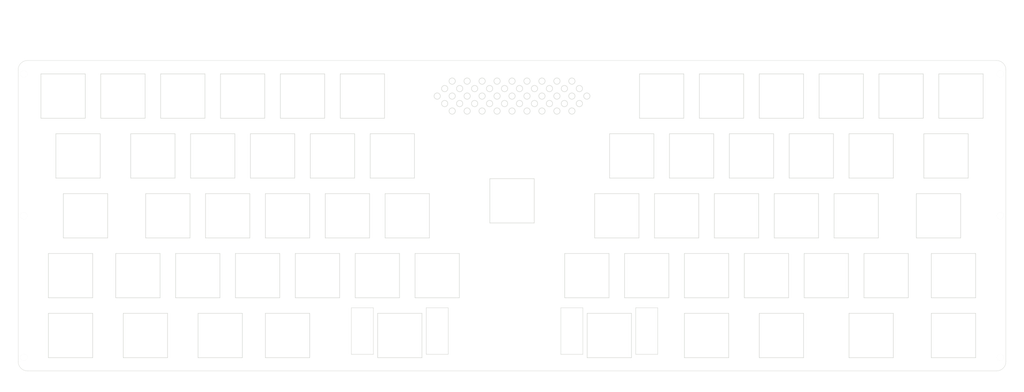
<source format=kicad_pcb>
(kicad_pcb (version 20171130) (host pcbnew "(5.1.12)-1")

  (general
    (thickness 1.6)
    (drawings 100)
    (tracks 0)
    (zones 0)
    (modules 77)
    (nets 1)
  )

  (page A3)
  (layers
    (0 F.Cu signal)
    (31 B.Cu signal)
    (32 B.Adhes user)
    (33 F.Adhes user)
    (34 B.Paste user)
    (35 F.Paste user)
    (36 B.SilkS user)
    (37 F.SilkS user)
    (38 B.Mask user)
    (39 F.Mask user)
    (40 Dwgs.User user)
    (41 Cmts.User user)
    (42 Eco1.User user)
    (43 Eco2.User user)
    (44 Edge.Cuts user)
    (45 Margin user)
    (46 B.CrtYd user)
    (47 F.CrtYd user)
    (48 B.Fab user)
    (49 F.Fab user)
  )

  (setup
    (last_trace_width 0.25)
    (user_trace_width 0.5)
    (user_trace_width 0.5)
    (trace_clearance 0.2)
    (zone_clearance 0.508)
    (zone_45_only no)
    (trace_min 0.2)
    (via_size 0.8)
    (via_drill 0.4)
    (via_min_size 0.4)
    (via_min_drill 0.3)
    (uvia_size 0.3)
    (uvia_drill 0.1)
    (uvias_allowed no)
    (uvia_min_size 0.2)
    (uvia_min_drill 0.1)
    (edge_width 0.1)
    (segment_width 0.2)
    (pcb_text_width 0.3)
    (pcb_text_size 1.5 1.5)
    (mod_edge_width 0.15)
    (mod_text_size 1 1)
    (mod_text_width 0.15)
    (pad_size 2.2 2.2)
    (pad_drill 2.2)
    (pad_to_mask_clearance 0)
    (aux_axis_origin 0 0)
    (visible_elements 7FFFFFFF)
    (pcbplotparams
      (layerselection 0x01000_7ffffffe)
      (usegerberextensions true)
      (usegerberattributes false)
      (usegerberadvancedattributes false)
      (creategerberjobfile false)
      (excludeedgelayer true)
      (linewidth 0.100000)
      (plotframeref false)
      (viasonmask false)
      (mode 1)
      (useauxorigin false)
      (hpglpennumber 1)
      (hpglpenspeed 20)
      (hpglpendiameter 15.000000)
      (psnegative false)
      (psa4output false)
      (plotreference true)
      (plotvalue true)
      (plotinvisibletext false)
      (padsonsilk false)
      (subtractmaskfromsilk false)
      (outputformat 4)
      (mirror false)
      (drillshape 0)
      (scaleselection 1)
      (outputdirectory "C:/Users/サリチル酸/Desktop/"))
  )

  (net 0 "")

  (net_class Default "これはデフォルトのネット クラスです。"
    (clearance 0.2)
    (trace_width 0.25)
    (via_dia 0.8)
    (via_drill 0.4)
    (uvia_dia 0.3)
    (uvia_drill 0.1)
  )

  (module kbd_SW_Hole:SW_Hole_1u (layer F.Cu) (tedit 60F58A59) (tstamp 61D7C617)
    (at 171.45 61.9125)
    (path /5C3DCE96)
    (fp_text reference SW30 (at 7 8.1) (layer F.SilkS) hide
      (effects (font (size 1 1) (thickness 0.15)))
    )
    (fp_text value SW_PUSH (at -7.4 -8.1) (layer F.Fab) hide
      (effects (font (size 1 1) (thickness 0.15)))
    )
    (fp_line (start 9.525 9.525) (end 9.525 -9.525) (layer F.Fab) (width 0.15))
    (fp_line (start -9.525 9.525) (end 9.525 9.525) (layer F.Fab) (width 0.15))
    (fp_line (start -9.525 -9.525) (end -9.525 9.525) (layer F.Fab) (width 0.15))
    (fp_line (start 9.525 -9.525) (end -9.525 -9.525) (layer F.Fab) (width 0.15))
    (fp_line (start -7.05 7.05) (end -7.05 -7.05) (layer Edge.Cuts) (width 0.15))
    (fp_line (start 7.05 7.05) (end -7.05 7.05) (layer Edge.Cuts) (width 0.15))
    (fp_line (start 7.05 -7.05) (end 7.05 7.05) (layer Edge.Cuts) (width 0.15))
    (fp_line (start -7.05 -7.05) (end 7.05 -7.05) (layer Edge.Cuts) (width 0.15))
  )

  (module kbd_SW_Hole:SW_Hole_2.25u (layer F.Cu) (tedit 60F58B15) (tstamp 61D7C568)
    (at 202.40625 104.775 180)
    (path /5C3DCEFA)
    (fp_text reference SW36 (at 7 8.1) (layer F.SilkS) hide
      (effects (font (size 1 1) (thickness 0.15)))
    )
    (fp_text value SW_PUSH (at -7.4 -8.1) (layer F.Fab) hide
      (effects (font (size 1 1) (thickness 0.15)))
    )
    (fp_line (start -15.4 -6) (end -8.4 -6) (layer Edge.Cuts) (width 0.12))
    (fp_line (start -15.4 8.8) (end -15.4 -6) (layer Edge.Cuts) (width 0.12))
    (fp_line (start -8.4 8.8) (end -15.4 8.8) (layer Edge.Cuts) (width 0.12))
    (fp_line (start -8.4 -6) (end -8.4 8.8) (layer Edge.Cuts) (width 0.12))
    (fp_line (start 15.4 -6) (end 8.4 -6) (layer Edge.Cuts) (width 0.12))
    (fp_line (start 15.4 8.8) (end 15.4 -6) (layer Edge.Cuts) (width 0.12))
    (fp_line (start 8.4 8.8) (end 15.4 8.8) (layer Edge.Cuts) (width 0.12))
    (fp_line (start 8.4 -6) (end 8.4 8.8) (layer Edge.Cuts) (width 0.12))
    (fp_line (start -7.05 -7.05) (end 7.05 -7.05) (layer Edge.Cuts) (width 0.15))
    (fp_line (start 7.05 -7.05) (end 7.05 7.05) (layer Edge.Cuts) (width 0.15))
    (fp_line (start 7.05 7.05) (end -7.05 7.05) (layer Edge.Cuts) (width 0.15))
    (fp_line (start -7.05 7.05) (end -7.05 -7.05) (layer Edge.Cuts) (width 0.15))
    (fp_line (start 21.43125 -9.525) (end -21.43125 -9.525) (layer F.Fab) (width 0.15))
    (fp_line (start -21.43125 -9.525) (end -21.43125 9.525) (layer F.Fab) (width 0.15))
    (fp_line (start -21.43125 9.525) (end 21.43125 9.525) (layer F.Fab) (width 0.15))
    (fp_line (start 21.43125 9.525) (end 21.43125 -9.525) (layer F.Fab) (width 0.15))
  )

  (module kbd_SW_Hole:SW_Hole_1u (layer F.Cu) (tedit 60F58A59) (tstamp 61D7C552)
    (at 233.3625 104.775)
    (path /5C3DCEFA)
    (fp_text reference SW45 (at 7 8.1) (layer F.SilkS) hide
      (effects (font (size 1 1) (thickness 0.15)))
    )
    (fp_text value SW_PUSH (at -7.4 -8.1) (layer F.Fab) hide
      (effects (font (size 1 1) (thickness 0.15)))
    )
    (fp_line (start 9.525 9.525) (end 9.525 -9.525) (layer F.Fab) (width 0.15))
    (fp_line (start -9.525 9.525) (end 9.525 9.525) (layer F.Fab) (width 0.15))
    (fp_line (start -9.525 -9.525) (end -9.525 9.525) (layer F.Fab) (width 0.15))
    (fp_line (start 9.525 -9.525) (end -9.525 -9.525) (layer F.Fab) (width 0.15))
    (fp_line (start -7.05 7.05) (end -7.05 -7.05) (layer Edge.Cuts) (width 0.15))
    (fp_line (start 7.05 7.05) (end -7.05 7.05) (layer Edge.Cuts) (width 0.15))
    (fp_line (start 7.05 -7.05) (end 7.05 7.05) (layer Edge.Cuts) (width 0.15))
    (fp_line (start -7.05 -7.05) (end 7.05 -7.05) (layer Edge.Cuts) (width 0.15))
  )

  (module kbd_SW_Hole:SW_Hole_1.5 (layer F.Cu) (tedit 60F58A81) (tstamp 61D7C530)
    (at 257.175 104.775)
    (fp_text reference SW50 (at 7 8.1) (layer F.SilkS) hide
      (effects (font (size 1 1) (thickness 0.15)))
    )
    (fp_text value KEY_SWITCH (at -7.4 -8.1) (layer F.Fab) hide
      (effects (font (size 1 1) (thickness 0.15)))
    )
    (fp_line (start -7.05 -7.05) (end 7.05 -7.05) (layer Edge.Cuts) (width 0.15))
    (fp_line (start 7.05 -7.05) (end 7.05 7.05) (layer Edge.Cuts) (width 0.15))
    (fp_line (start 7.05 7.05) (end -7.05 7.05) (layer Edge.Cuts) (width 0.15))
    (fp_line (start -7.05 7.05) (end -7.05 -7.05) (layer Edge.Cuts) (width 0.15))
    (fp_line (start 14.2875 -9.525) (end -14.2875 -9.525) (layer F.Fab) (width 0.15))
    (fp_line (start -14.2875 -9.525) (end -14.2875 9.525) (layer F.Fab) (width 0.15))
    (fp_line (start -14.2875 9.525) (end 14.2875 9.525) (layer F.Fab) (width 0.15))
    (fp_line (start 14.2875 9.525) (end 14.2875 -9.525) (layer F.Fab) (width 0.15))
  )

  (module kbd_SW_Hole:SW_Hole_1.5 (layer F.Cu) (tedit 60F58A81) (tstamp 61D7C51A)
    (at 285.75 104.775)
    (fp_text reference SW55 (at 7 8.1) (layer F.SilkS) hide
      (effects (font (size 1 1) (thickness 0.15)))
    )
    (fp_text value KEY_SWITCH (at -7.4 -8.1) (layer F.Fab) hide
      (effects (font (size 1 1) (thickness 0.15)))
    )
    (fp_line (start 14.2875 9.525) (end 14.2875 -9.525) (layer F.Fab) (width 0.15))
    (fp_line (start -14.2875 9.525) (end 14.2875 9.525) (layer F.Fab) (width 0.15))
    (fp_line (start -14.2875 -9.525) (end -14.2875 9.525) (layer F.Fab) (width 0.15))
    (fp_line (start 14.2875 -9.525) (end -14.2875 -9.525) (layer F.Fab) (width 0.15))
    (fp_line (start -7.05 7.05) (end -7.05 -7.05) (layer Edge.Cuts) (width 0.15))
    (fp_line (start 7.05 7.05) (end -7.05 7.05) (layer Edge.Cuts) (width 0.15))
    (fp_line (start 7.05 -7.05) (end 7.05 7.05) (layer Edge.Cuts) (width 0.15))
    (fp_line (start -7.05 -7.05) (end 7.05 -7.05) (layer Edge.Cuts) (width 0.15))
  )

  (module kbd_SW_Hole:SW_Hole_1.25u (layer F.Cu) (tedit 60F58AA9) (tstamp 61D7C4F8)
    (at 311.94375 104.775)
    (path /5C3DCEFA)
    (fp_text reference SW61 (at 7 8.1) (layer F.SilkS) hide
      (effects (font (size 1 1) (thickness 0.15)))
    )
    (fp_text value SW_PUSH (at -7.4 -8.1) (layer F.Fab) hide
      (effects (font (size 1 1) (thickness 0.15)))
    )
    (fp_line (start 11.90625 9.525) (end 11.90625 -9.525) (layer F.Fab) (width 0.15))
    (fp_line (start -11.90625 9.525) (end 11.90625 9.525) (layer F.Fab) (width 0.15))
    (fp_line (start -11.90625 -9.525) (end -11.90625 9.525) (layer F.Fab) (width 0.15))
    (fp_line (start 11.90625 -9.525) (end -11.90625 -9.525) (layer F.Fab) (width 0.15))
    (fp_line (start -7.05 7.05) (end -7.05 -7.05) (layer Edge.Cuts) (width 0.15))
    (fp_line (start 7.05 7.05) (end -7.05 7.05) (layer Edge.Cuts) (width 0.15))
    (fp_line (start 7.05 -7.05) (end 7.05 7.05) (layer Edge.Cuts) (width 0.15))
    (fp_line (start -7.05 -7.05) (end 7.05 -7.05) (layer Edge.Cuts) (width 0.15))
  )

  (module kbd_SW_Hole:SW_Hole_2.75u (layer F.Cu) (tedit 61096D32) (tstamp 61D7C44C)
    (at 135.73125 104.775 180)
    (fp_text reference SW25 (at 7 8.1) (layer F.SilkS) hide
      (effects (font (size 1 1) (thickness 0.15)))
    )
    (fp_text value KEY_SWITCH (at -7.4 -8.1) (layer F.Fab) hide
      (effects (font (size 1 1) (thickness 0.15)))
    )
    (fp_line (start 26.19375 9.525) (end 26.19375 -9.525) (layer F.Fab) (width 0.15))
    (fp_line (start -26.19375 9.525) (end 26.19375 9.525) (layer F.Fab) (width 0.15))
    (fp_line (start -26.19375 -9.525) (end -26.19375 9.525) (layer F.Fab) (width 0.15))
    (fp_line (start 26.19375 -9.525) (end -26.19375 -9.525) (layer F.Fab) (width 0.15))
    (fp_line (start -7.05 7.05) (end -7.05 -7.05) (layer Edge.Cuts) (width 0.15))
    (fp_line (start 7.05 7.05) (end -7.05 7.05) (layer Edge.Cuts) (width 0.15))
    (fp_line (start 7.05 -7.05) (end 7.05 7.05) (layer Edge.Cuts) (width 0.15))
    (fp_line (start -7.05 -7.05) (end 7.05 -7.05) (layer Edge.Cuts) (width 0.15))
    (fp_line (start 8.4 -6) (end 8.4 8.8) (layer Edge.Cuts) (width 0.12))
    (fp_line (start 8.4 8.8) (end 15.4 8.8) (layer Edge.Cuts) (width 0.12))
    (fp_line (start 15.4 8.8) (end 15.4 -6) (layer Edge.Cuts) (width 0.12))
    (fp_line (start 15.4 -6) (end 8.4 -6) (layer Edge.Cuts) (width 0.12))
    (fp_line (start -8.4 -6) (end -8.4 8.8) (layer Edge.Cuts) (width 0.12))
    (fp_line (start -8.4 8.8) (end -15.4 8.8) (layer Edge.Cuts) (width 0.12))
    (fp_line (start -15.4 8.8) (end -15.4 -6) (layer Edge.Cuts) (width 0.12))
    (fp_line (start -15.4 -6) (end -8.4 -6) (layer Edge.Cuts) (width 0.12))
  )

  (module kbd_SW_Hole:SW_Hole_1u (layer F.Cu) (tedit 60F58A59) (tstamp 61D7C42A)
    (at 100.0125 104.775)
    (path /5C3DCEFA)
    (fp_text reference SW20 (at 7 8.1) (layer F.SilkS) hide
      (effects (font (size 1 1) (thickness 0.15)))
    )
    (fp_text value SW_PUSH (at -7.4 -8.1) (layer F.Fab) hide
      (effects (font (size 1 1) (thickness 0.15)))
    )
    (fp_line (start 9.525 9.525) (end 9.525 -9.525) (layer F.Fab) (width 0.15))
    (fp_line (start -9.525 9.525) (end 9.525 9.525) (layer F.Fab) (width 0.15))
    (fp_line (start -9.525 -9.525) (end -9.525 9.525) (layer F.Fab) (width 0.15))
    (fp_line (start 9.525 -9.525) (end -9.525 -9.525) (layer F.Fab) (width 0.15))
    (fp_line (start -7.05 7.05) (end -7.05 -7.05) (layer Edge.Cuts) (width 0.15))
    (fp_line (start 7.05 7.05) (end -7.05 7.05) (layer Edge.Cuts) (width 0.15))
    (fp_line (start 7.05 -7.05) (end 7.05 7.05) (layer Edge.Cuts) (width 0.15))
    (fp_line (start -7.05 -7.05) (end 7.05 -7.05) (layer Edge.Cuts) (width 0.15))
  )

  (module kbd_SW_Hole:SW_Hole_1.25u (layer F.Cu) (tedit 60F58AA9) (tstamp 61D7C408)
    (at 78.58125 104.775)
    (path /5C3DCEFA)
    (fp_text reference SW15 (at 7 8.1) (layer F.SilkS) hide
      (effects (font (size 1 1) (thickness 0.15)))
    )
    (fp_text value SW_PUSH (at -7.4 -8.1) (layer F.Fab) hide
      (effects (font (size 1 1) (thickness 0.15)))
    )
    (fp_line (start 11.90625 9.525) (end 11.90625 -9.525) (layer F.Fab) (width 0.15))
    (fp_line (start -11.90625 9.525) (end 11.90625 9.525) (layer F.Fab) (width 0.15))
    (fp_line (start -11.90625 -9.525) (end -11.90625 9.525) (layer F.Fab) (width 0.15))
    (fp_line (start 11.90625 -9.525) (end -11.90625 -9.525) (layer F.Fab) (width 0.15))
    (fp_line (start -7.05 7.05) (end -7.05 -7.05) (layer Edge.Cuts) (width 0.15))
    (fp_line (start 7.05 7.05) (end -7.05 7.05) (layer Edge.Cuts) (width 0.15))
    (fp_line (start 7.05 -7.05) (end 7.05 7.05) (layer Edge.Cuts) (width 0.15))
    (fp_line (start -7.05 -7.05) (end 7.05 -7.05) (layer Edge.Cuts) (width 0.15))
  )

  (module kbd_SW_Hole:SW_Hole_1.25u (layer F.Cu) (tedit 60F58AA9) (tstamp 61D7C3F2)
    (at 54.76875 104.775)
    (path /5C3DCEFA)
    (fp_text reference SW10 (at 7 8.1) (layer F.SilkS) hide
      (effects (font (size 1 1) (thickness 0.15)))
    )
    (fp_text value SW_PUSH (at -7.4 -8.1) (layer F.Fab) hide
      (effects (font (size 1 1) (thickness 0.15)))
    )
    (fp_line (start -7.05 -7.05) (end 7.05 -7.05) (layer Edge.Cuts) (width 0.15))
    (fp_line (start 7.05 -7.05) (end 7.05 7.05) (layer Edge.Cuts) (width 0.15))
    (fp_line (start 7.05 7.05) (end -7.05 7.05) (layer Edge.Cuts) (width 0.15))
    (fp_line (start -7.05 7.05) (end -7.05 -7.05) (layer Edge.Cuts) (width 0.15))
    (fp_line (start 11.90625 -9.525) (end -11.90625 -9.525) (layer F.Fab) (width 0.15))
    (fp_line (start -11.90625 -9.525) (end -11.90625 9.525) (layer F.Fab) (width 0.15))
    (fp_line (start -11.90625 9.525) (end 11.90625 9.525) (layer F.Fab) (width 0.15))
    (fp_line (start 11.90625 9.525) (end 11.90625 -9.525) (layer F.Fab) (width 0.15))
  )

  (module kbd_SW_Hole:SW_Hole_1.25u (layer F.Cu) (tedit 60F58AA9) (tstamp 61D7C3DC)
    (at 30.95625 104.775)
    (path /5C3DCEFA)
    (fp_text reference SW5 (at 7 8.1) (layer F.SilkS) hide
      (effects (font (size 1 1) (thickness 0.15)))
    )
    (fp_text value SW_PUSH (at -7.4 -8.1) (layer F.Fab) hide
      (effects (font (size 1 1) (thickness 0.15)))
    )
    (fp_line (start 11.90625 9.525) (end 11.90625 -9.525) (layer F.Fab) (width 0.15))
    (fp_line (start -11.90625 9.525) (end 11.90625 9.525) (layer F.Fab) (width 0.15))
    (fp_line (start -11.90625 -9.525) (end -11.90625 9.525) (layer F.Fab) (width 0.15))
    (fp_line (start 11.90625 -9.525) (end -11.90625 -9.525) (layer F.Fab) (width 0.15))
    (fp_line (start -7.05 7.05) (end -7.05 -7.05) (layer Edge.Cuts) (width 0.15))
    (fp_line (start 7.05 7.05) (end -7.05 7.05) (layer Edge.Cuts) (width 0.15))
    (fp_line (start 7.05 -7.05) (end 7.05 7.05) (layer Edge.Cuts) (width 0.15))
    (fp_line (start -7.05 -7.05) (end 7.05 -7.05) (layer Edge.Cuts) (width 0.15))
  )

  (module kbd_SW_Hole:SW_Hole_1.25u (layer F.Cu) (tedit 60F58AA9) (tstamp 61D7C2CF)
    (at 311.94375 85.725)
    (path /5C3DCEFA)
    (fp_text reference SW60 (at 7 8.1) (layer F.SilkS) hide
      (effects (font (size 1 1) (thickness 0.15)))
    )
    (fp_text value SW_PUSH (at -7.4 -8.1) (layer F.Fab) hide
      (effects (font (size 1 1) (thickness 0.15)))
    )
    (fp_line (start 11.90625 9.525) (end 11.90625 -9.525) (layer F.Fab) (width 0.15))
    (fp_line (start -11.90625 9.525) (end 11.90625 9.525) (layer F.Fab) (width 0.15))
    (fp_line (start -11.90625 -9.525) (end -11.90625 9.525) (layer F.Fab) (width 0.15))
    (fp_line (start 11.90625 -9.525) (end -11.90625 -9.525) (layer F.Fab) (width 0.15))
    (fp_line (start -7.05 7.05) (end -7.05 -7.05) (layer Edge.Cuts) (width 0.15))
    (fp_line (start 7.05 7.05) (end -7.05 7.05) (layer Edge.Cuts) (width 0.15))
    (fp_line (start 7.05 -7.05) (end 7.05 7.05) (layer Edge.Cuts) (width 0.15))
    (fp_line (start -7.05 -7.05) (end 7.05 -7.05) (layer Edge.Cuts) (width 0.15))
  )

  (module kbd_SW_Hole:SW_Hole_1u (layer F.Cu) (tedit 60F58A59) (tstamp 61D7BE28)
    (at 285.75 47.625)
    (path /5C3DCEFA)
    (fp_text reference SW52 (at 7 8.1) (layer F.SilkS) hide
      (effects (font (size 1 1) (thickness 0.15)))
    )
    (fp_text value SW_PUSH (at -7.4 -8.1) (layer F.Fab) hide
      (effects (font (size 1 1) (thickness 0.15)))
    )
    (fp_line (start -7.05 -7.05) (end 7.05 -7.05) (layer Edge.Cuts) (width 0.15))
    (fp_line (start 7.05 -7.05) (end 7.05 7.05) (layer Edge.Cuts) (width 0.15))
    (fp_line (start 7.05 7.05) (end -7.05 7.05) (layer Edge.Cuts) (width 0.15))
    (fp_line (start -7.05 7.05) (end -7.05 -7.05) (layer Edge.Cuts) (width 0.15))
    (fp_line (start 9.525 -9.525) (end -9.525 -9.525) (layer F.Fab) (width 0.15))
    (fp_line (start -9.525 -9.525) (end -9.525 9.525) (layer F.Fab) (width 0.15))
    (fp_line (start -9.525 9.525) (end 9.525 9.525) (layer F.Fab) (width 0.15))
    (fp_line (start 9.525 9.525) (end 9.525 -9.525) (layer F.Fab) (width 0.15))
  )

  (module kbd_SW_Hole:SW_Hole_1u (layer F.Cu) (tedit 60F58A59) (tstamp 60A298E0)
    (at 276.225 28.575)
    (path /5C3DCE96)
    (fp_text reference SW46 (at 7 8.1) (layer F.SilkS) hide
      (effects (font (size 1 1) (thickness 0.15)))
    )
    (fp_text value SW_PUSH (at -7.4 -8.1) (layer F.Fab) hide
      (effects (font (size 1 1) (thickness 0.15)))
    )
    (fp_line (start -7.05 -7.05) (end 7.05 -7.05) (layer Edge.Cuts) (width 0.15))
    (fp_line (start 7.05 -7.05) (end 7.05 7.05) (layer Edge.Cuts) (width 0.15))
    (fp_line (start 7.05 7.05) (end -7.05 7.05) (layer Edge.Cuts) (width 0.15))
    (fp_line (start -7.05 7.05) (end -7.05 -7.05) (layer Edge.Cuts) (width 0.15))
    (fp_line (start 9.525 -9.525) (end -9.525 -9.525) (layer F.Fab) (width 0.15))
    (fp_line (start -9.525 -9.525) (end -9.525 9.525) (layer F.Fab) (width 0.15))
    (fp_line (start -9.525 9.525) (end 9.525 9.525) (layer F.Fab) (width 0.15))
    (fp_line (start 9.525 9.525) (end 9.525 -9.525) (layer F.Fab) (width 0.15))
  )

  (module kbd_SW_Hole:SW_Hole_1u (layer F.Cu) (tedit 60F58A59) (tstamp 60A298D5)
    (at 295.275 28.575)
    (path /5C3DCE96)
    (fp_text reference SW51 (at 7 8.1) (layer F.SilkS) hide
      (effects (font (size 1 1) (thickness 0.15)))
    )
    (fp_text value SW_PUSH (at -7.4 -8.1) (layer F.Fab) hide
      (effects (font (size 1 1) (thickness 0.15)))
    )
    (fp_line (start -7.05 -7.05) (end 7.05 -7.05) (layer Edge.Cuts) (width 0.15))
    (fp_line (start 7.05 -7.05) (end 7.05 7.05) (layer Edge.Cuts) (width 0.15))
    (fp_line (start 7.05 7.05) (end -7.05 7.05) (layer Edge.Cuts) (width 0.15))
    (fp_line (start -7.05 7.05) (end -7.05 -7.05) (layer Edge.Cuts) (width 0.15))
    (fp_line (start 9.525 -9.525) (end -9.525 -9.525) (layer F.Fab) (width 0.15))
    (fp_line (start -9.525 -9.525) (end -9.525 9.525) (layer F.Fab) (width 0.15))
    (fp_line (start -9.525 9.525) (end 9.525 9.525) (layer F.Fab) (width 0.15))
    (fp_line (start 9.525 9.525) (end 9.525 -9.525) (layer F.Fab) (width 0.15))
  )

  (module kbd_SW_Hole:SW_Hole_1u (layer F.Cu) (tedit 60F58A59) (tstamp 60A2982A)
    (at 314.325 28.575)
    (path /5C3DCE96)
    (fp_text reference SW56 (at 7 8.1) (layer F.SilkS) hide
      (effects (font (size 1 1) (thickness 0.15)))
    )
    (fp_text value SW_PUSH (at -7.4 -8.1) (layer F.Fab) hide
      (effects (font (size 1 1) (thickness 0.15)))
    )
    (fp_line (start -7.05 -7.05) (end 7.05 -7.05) (layer Edge.Cuts) (width 0.15))
    (fp_line (start 7.05 -7.05) (end 7.05 7.05) (layer Edge.Cuts) (width 0.15))
    (fp_line (start 7.05 7.05) (end -7.05 7.05) (layer Edge.Cuts) (width 0.15))
    (fp_line (start -7.05 7.05) (end -7.05 -7.05) (layer Edge.Cuts) (width 0.15))
    (fp_line (start 9.525 -9.525) (end -9.525 -9.525) (layer F.Fab) (width 0.15))
    (fp_line (start -9.525 -9.525) (end -9.525 9.525) (layer F.Fab) (width 0.15))
    (fp_line (start -9.525 9.525) (end 9.525 9.525) (layer F.Fab) (width 0.15))
    (fp_line (start 9.525 9.525) (end 9.525 -9.525) (layer F.Fab) (width 0.15))
  )

  (module kbd_SW_Hole:SW_Hole_1u (layer F.Cu) (tedit 60F58A59) (tstamp 60A29725)
    (at 266.7 47.625)
    (path /5C3DCEFA)
    (fp_text reference SW47 (at 7 8.1) (layer F.SilkS) hide
      (effects (font (size 1 1) (thickness 0.15)))
    )
    (fp_text value SW_PUSH (at -7.4 -8.1) (layer F.Fab) hide
      (effects (font (size 1 1) (thickness 0.15)))
    )
    (fp_line (start -7.05 -7.05) (end 7.05 -7.05) (layer Edge.Cuts) (width 0.15))
    (fp_line (start 7.05 -7.05) (end 7.05 7.05) (layer Edge.Cuts) (width 0.15))
    (fp_line (start 7.05 7.05) (end -7.05 7.05) (layer Edge.Cuts) (width 0.15))
    (fp_line (start -7.05 7.05) (end -7.05 -7.05) (layer Edge.Cuts) (width 0.15))
    (fp_line (start 9.525 -9.525) (end -9.525 -9.525) (layer F.Fab) (width 0.15))
    (fp_line (start -9.525 -9.525) (end -9.525 9.525) (layer F.Fab) (width 0.15))
    (fp_line (start -9.525 9.525) (end 9.525 9.525) (layer F.Fab) (width 0.15))
    (fp_line (start 9.525 9.525) (end 9.525 -9.525) (layer F.Fab) (width 0.15))
  )

  (module kbd_SW_Hole:SW_Hole_1u (layer F.Cu) (tedit 60F58A59) (tstamp 60A2971A)
    (at 261.9375 66.675)
    (path /5C3DCE96)
    (fp_text reference SW48 (at 7 8.1) (layer F.SilkS) hide
      (effects (font (size 1 1) (thickness 0.15)))
    )
    (fp_text value SW_PUSH (at -7.4 -8.1) (layer F.Fab) hide
      (effects (font (size 1 1) (thickness 0.15)))
    )
    (fp_line (start -7.05 -7.05) (end 7.05 -7.05) (layer Edge.Cuts) (width 0.15))
    (fp_line (start 7.05 -7.05) (end 7.05 7.05) (layer Edge.Cuts) (width 0.15))
    (fp_line (start 7.05 7.05) (end -7.05 7.05) (layer Edge.Cuts) (width 0.15))
    (fp_line (start -7.05 7.05) (end -7.05 -7.05) (layer Edge.Cuts) (width 0.15))
    (fp_line (start 9.525 -9.525) (end -9.525 -9.525) (layer F.Fab) (width 0.15))
    (fp_line (start -9.525 -9.525) (end -9.525 9.525) (layer F.Fab) (width 0.15))
    (fp_line (start -9.525 9.525) (end 9.525 9.525) (layer F.Fab) (width 0.15))
    (fp_line (start 9.525 9.525) (end 9.525 -9.525) (layer F.Fab) (width 0.15))
  )

  (module kbd_SW_Hole:SW_Hole_1u (layer F.Cu) (tedit 60F58A59) (tstamp 60A2970F)
    (at 219.075 28.575)
    (path /5C3DCE96)
    (fp_text reference SW32 (at 7 8.1) (layer F.SilkS) hide
      (effects (font (size 1 1) (thickness 0.15)))
    )
    (fp_text value SW_PUSH (at -7.4 -8.1) (layer F.Fab) hide
      (effects (font (size 1 1) (thickness 0.15)))
    )
    (fp_line (start -7.05 -7.05) (end 7.05 -7.05) (layer Edge.Cuts) (width 0.15))
    (fp_line (start 7.05 -7.05) (end 7.05 7.05) (layer Edge.Cuts) (width 0.15))
    (fp_line (start 7.05 7.05) (end -7.05 7.05) (layer Edge.Cuts) (width 0.15))
    (fp_line (start -7.05 7.05) (end -7.05 -7.05) (layer Edge.Cuts) (width 0.15))
    (fp_line (start 9.525 -9.525) (end -9.525 -9.525) (layer F.Fab) (width 0.15))
    (fp_line (start -9.525 -9.525) (end -9.525 9.525) (layer F.Fab) (width 0.15))
    (fp_line (start -9.525 9.525) (end 9.525 9.525) (layer F.Fab) (width 0.15))
    (fp_line (start 9.525 9.525) (end 9.525 -9.525) (layer F.Fab) (width 0.15))
  )

  (module kbd_SW_Hole:SW_Hole_1u (layer F.Cu) (tedit 60F58A59) (tstamp 60A29704)
    (at 257.175 28.575)
    (path /5C3DCE96)
    (fp_text reference SW41 (at 7 8.1) (layer F.SilkS) hide
      (effects (font (size 1 1) (thickness 0.15)))
    )
    (fp_text value SW_PUSH (at -7.4 -8.1) (layer F.Fab) hide
      (effects (font (size 1 1) (thickness 0.15)))
    )
    (fp_line (start -7.05 -7.05) (end 7.05 -7.05) (layer Edge.Cuts) (width 0.15))
    (fp_line (start 7.05 -7.05) (end 7.05 7.05) (layer Edge.Cuts) (width 0.15))
    (fp_line (start 7.05 7.05) (end -7.05 7.05) (layer Edge.Cuts) (width 0.15))
    (fp_line (start -7.05 7.05) (end -7.05 -7.05) (layer Edge.Cuts) (width 0.15))
    (fp_line (start 9.525 -9.525) (end -9.525 -9.525) (layer F.Fab) (width 0.15))
    (fp_line (start -9.525 -9.525) (end -9.525 9.525) (layer F.Fab) (width 0.15))
    (fp_line (start -9.525 9.525) (end 9.525 9.525) (layer F.Fab) (width 0.15))
    (fp_line (start 9.525 9.525) (end 9.525 -9.525) (layer F.Fab) (width 0.15))
  )

  (module kbd_SW_Hole:SW_Hole_1u (layer F.Cu) (tedit 60F58A59) (tstamp 60A296F9)
    (at 247.65 47.625)
    (path /5C3DCEFA)
    (fp_text reference SW42 (at 7 8.1) (layer F.SilkS) hide
      (effects (font (size 1 1) (thickness 0.15)))
    )
    (fp_text value SW_PUSH (at -7.4 -8.1) (layer F.Fab) hide
      (effects (font (size 1 1) (thickness 0.15)))
    )
    (fp_line (start -7.05 -7.05) (end 7.05 -7.05) (layer Edge.Cuts) (width 0.15))
    (fp_line (start 7.05 -7.05) (end 7.05 7.05) (layer Edge.Cuts) (width 0.15))
    (fp_line (start 7.05 7.05) (end -7.05 7.05) (layer Edge.Cuts) (width 0.15))
    (fp_line (start -7.05 7.05) (end -7.05 -7.05) (layer Edge.Cuts) (width 0.15))
    (fp_line (start 9.525 -9.525) (end -9.525 -9.525) (layer F.Fab) (width 0.15))
    (fp_line (start -9.525 -9.525) (end -9.525 9.525) (layer F.Fab) (width 0.15))
    (fp_line (start -9.525 9.525) (end 9.525 9.525) (layer F.Fab) (width 0.15))
    (fp_line (start 9.525 9.525) (end 9.525 -9.525) (layer F.Fab) (width 0.15))
  )

  (module kbd_SW_Hole:SW_Hole_1u (layer F.Cu) (tedit 60F58A59) (tstamp 60A296EE)
    (at 280.9875 66.675)
    (path /5C3DCE96)
    (fp_text reference SW53 (at 7 8.1) (layer F.SilkS) hide
      (effects (font (size 1 1) (thickness 0.15)))
    )
    (fp_text value SW_PUSH (at -7.4 -8.1) (layer F.Fab) hide
      (effects (font (size 1 1) (thickness 0.15)))
    )
    (fp_line (start -7.05 -7.05) (end 7.05 -7.05) (layer Edge.Cuts) (width 0.15))
    (fp_line (start 7.05 -7.05) (end 7.05 7.05) (layer Edge.Cuts) (width 0.15))
    (fp_line (start 7.05 7.05) (end -7.05 7.05) (layer Edge.Cuts) (width 0.15))
    (fp_line (start -7.05 7.05) (end -7.05 -7.05) (layer Edge.Cuts) (width 0.15))
    (fp_line (start 9.525 -9.525) (end -9.525 -9.525) (layer F.Fab) (width 0.15))
    (fp_line (start -9.525 -9.525) (end -9.525 9.525) (layer F.Fab) (width 0.15))
    (fp_line (start -9.525 9.525) (end 9.525 9.525) (layer F.Fab) (width 0.15))
    (fp_line (start 9.525 9.525) (end 9.525 -9.525) (layer F.Fab) (width 0.15))
  )

  (module kbd_SW_Hole:SW_Hole_1u (layer F.Cu) (tedit 60F58A59) (tstamp 60A296E3)
    (at 242.8875 66.675)
    (path /5C3DCE96)
    (fp_text reference SW43 (at 7 8.1) (layer F.SilkS) hide
      (effects (font (size 1 1) (thickness 0.15)))
    )
    (fp_text value SW_PUSH (at -7.4 -8.1) (layer F.Fab) hide
      (effects (font (size 1 1) (thickness 0.15)))
    )
    (fp_line (start -7.05 -7.05) (end 7.05 -7.05) (layer Edge.Cuts) (width 0.15))
    (fp_line (start 7.05 -7.05) (end 7.05 7.05) (layer Edge.Cuts) (width 0.15))
    (fp_line (start 7.05 7.05) (end -7.05 7.05) (layer Edge.Cuts) (width 0.15))
    (fp_line (start -7.05 7.05) (end -7.05 -7.05) (layer Edge.Cuts) (width 0.15))
    (fp_line (start 9.525 -9.525) (end -9.525 -9.525) (layer F.Fab) (width 0.15))
    (fp_line (start -9.525 -9.525) (end -9.525 9.525) (layer F.Fab) (width 0.15))
    (fp_line (start -9.525 9.525) (end 9.525 9.525) (layer F.Fab) (width 0.15))
    (fp_line (start 9.525 9.525) (end 9.525 -9.525) (layer F.Fab) (width 0.15))
  )

  (module kbd_SW_Hole:SW_Hole_1u (layer F.Cu) (tedit 60F58A59) (tstamp 60A296D8)
    (at 228.6 47.625)
    (path /5C3DCEFA)
    (fp_text reference SW38 (at 7 8.1) (layer F.SilkS) hide
      (effects (font (size 1 1) (thickness 0.15)))
    )
    (fp_text value SW_PUSH (at -7.4 -8.1) (layer F.Fab) hide
      (effects (font (size 1 1) (thickness 0.15)))
    )
    (fp_line (start -7.05 -7.05) (end 7.05 -7.05) (layer Edge.Cuts) (width 0.15))
    (fp_line (start 7.05 -7.05) (end 7.05 7.05) (layer Edge.Cuts) (width 0.15))
    (fp_line (start 7.05 7.05) (end -7.05 7.05) (layer Edge.Cuts) (width 0.15))
    (fp_line (start -7.05 7.05) (end -7.05 -7.05) (layer Edge.Cuts) (width 0.15))
    (fp_line (start 9.525 -9.525) (end -9.525 -9.525) (layer F.Fab) (width 0.15))
    (fp_line (start -9.525 -9.525) (end -9.525 9.525) (layer F.Fab) (width 0.15))
    (fp_line (start -9.525 9.525) (end 9.525 9.525) (layer F.Fab) (width 0.15))
    (fp_line (start 9.525 9.525) (end 9.525 -9.525) (layer F.Fab) (width 0.15))
  )

  (module kbd_SW_Hole:SW_Hole_1u (layer F.Cu) (tedit 60F58A59) (tstamp 60A296CD)
    (at 252.4125 85.725)
    (path /5C3DCEFA)
    (fp_text reference SW49 (at 7 8.1) (layer F.SilkS) hide
      (effects (font (size 1 1) (thickness 0.15)))
    )
    (fp_text value SW_PUSH (at -7.4 -8.1) (layer F.Fab) hide
      (effects (font (size 1 1) (thickness 0.15)))
    )
    (fp_line (start -7.05 -7.05) (end 7.05 -7.05) (layer Edge.Cuts) (width 0.15))
    (fp_line (start 7.05 -7.05) (end 7.05 7.05) (layer Edge.Cuts) (width 0.15))
    (fp_line (start 7.05 7.05) (end -7.05 7.05) (layer Edge.Cuts) (width 0.15))
    (fp_line (start -7.05 7.05) (end -7.05 -7.05) (layer Edge.Cuts) (width 0.15))
    (fp_line (start 9.525 -9.525) (end -9.525 -9.525) (layer F.Fab) (width 0.15))
    (fp_line (start -9.525 -9.525) (end -9.525 9.525) (layer F.Fab) (width 0.15))
    (fp_line (start -9.525 9.525) (end 9.525 9.525) (layer F.Fab) (width 0.15))
    (fp_line (start 9.525 9.525) (end 9.525 -9.525) (layer F.Fab) (width 0.15))
  )

  (module kbd_SW_Hole:SW_Hole_1u (layer F.Cu) (tedit 60F58A59) (tstamp 60A296C2)
    (at 238.125 28.575)
    (path /5C3DCE96)
    (fp_text reference SW37 (at 7 8.1) (layer F.SilkS) hide
      (effects (font (size 1 1) (thickness 0.15)))
    )
    (fp_text value SW_PUSH (at -7.4 -8.1) (layer F.Fab) hide
      (effects (font (size 1 1) (thickness 0.15)))
    )
    (fp_line (start -7.05 -7.05) (end 7.05 -7.05) (layer Edge.Cuts) (width 0.15))
    (fp_line (start 7.05 -7.05) (end 7.05 7.05) (layer Edge.Cuts) (width 0.15))
    (fp_line (start 7.05 7.05) (end -7.05 7.05) (layer Edge.Cuts) (width 0.15))
    (fp_line (start -7.05 7.05) (end -7.05 -7.05) (layer Edge.Cuts) (width 0.15))
    (fp_line (start 9.525 -9.525) (end -9.525 -9.525) (layer F.Fab) (width 0.15))
    (fp_line (start -9.525 -9.525) (end -9.525 9.525) (layer F.Fab) (width 0.15))
    (fp_line (start -9.525 9.525) (end 9.525 9.525) (layer F.Fab) (width 0.15))
    (fp_line (start 9.525 9.525) (end 9.525 -9.525) (layer F.Fab) (width 0.15))
  )

  (module kbd_SW_Hole:SW_Hole_1u (layer F.Cu) (tedit 60F58A59) (tstamp 60A296B7)
    (at 271.4625 85.725)
    (path /5C3DCEFA)
    (fp_text reference SW54 (at 7 8.1) (layer F.SilkS) hide
      (effects (font (size 1 1) (thickness 0.15)))
    )
    (fp_text value SW_PUSH (at -7.4 -8.1) (layer F.Fab) hide
      (effects (font (size 1 1) (thickness 0.15)))
    )
    (fp_line (start -7.05 -7.05) (end 7.05 -7.05) (layer Edge.Cuts) (width 0.15))
    (fp_line (start 7.05 -7.05) (end 7.05 7.05) (layer Edge.Cuts) (width 0.15))
    (fp_line (start 7.05 7.05) (end -7.05 7.05) (layer Edge.Cuts) (width 0.15))
    (fp_line (start -7.05 7.05) (end -7.05 -7.05) (layer Edge.Cuts) (width 0.15))
    (fp_line (start 9.525 -9.525) (end -9.525 -9.525) (layer F.Fab) (width 0.15))
    (fp_line (start -9.525 -9.525) (end -9.525 9.525) (layer F.Fab) (width 0.15))
    (fp_line (start -9.525 9.525) (end 9.525 9.525) (layer F.Fab) (width 0.15))
    (fp_line (start 9.525 9.525) (end 9.525 -9.525) (layer F.Fab) (width 0.15))
  )

  (module kbd_SW_Hole:SW_Hole_1u (layer F.Cu) (tedit 60F58A59) (tstamp 60A296AC)
    (at 290.5125 85.725)
    (path /5C3DCEFA)
    (fp_text reference SW59 (at 7 8.1) (layer F.SilkS) hide
      (effects (font (size 1 1) (thickness 0.15)))
    )
    (fp_text value SW_PUSH (at -7.4 -8.1) (layer F.Fab) hide
      (effects (font (size 1 1) (thickness 0.15)))
    )
    (fp_line (start -7.05 -7.05) (end 7.05 -7.05) (layer Edge.Cuts) (width 0.15))
    (fp_line (start 7.05 -7.05) (end 7.05 7.05) (layer Edge.Cuts) (width 0.15))
    (fp_line (start 7.05 7.05) (end -7.05 7.05) (layer Edge.Cuts) (width 0.15))
    (fp_line (start -7.05 7.05) (end -7.05 -7.05) (layer Edge.Cuts) (width 0.15))
    (fp_line (start 9.525 -9.525) (end -9.525 -9.525) (layer F.Fab) (width 0.15))
    (fp_line (start -9.525 -9.525) (end -9.525 9.525) (layer F.Fab) (width 0.15))
    (fp_line (start -9.525 9.525) (end 9.525 9.525) (layer F.Fab) (width 0.15))
    (fp_line (start 9.525 9.525) (end 9.525 -9.525) (layer F.Fab) (width 0.15))
  )

  (module kbd_SW_Hole:SW_Hole_1u (layer F.Cu) (tedit 60F58A59) (tstamp 60A29612)
    (at 223.8375 66.675)
    (path /5C3DCE96)
    (fp_text reference SW39 (at 7 8.1) (layer F.SilkS) hide
      (effects (font (size 1 1) (thickness 0.15)))
    )
    (fp_text value SW_PUSH (at -7.4 -8.1) (layer F.Fab) hide
      (effects (font (size 1 1) (thickness 0.15)))
    )
    (fp_line (start -7.05 -7.05) (end 7.05 -7.05) (layer Edge.Cuts) (width 0.15))
    (fp_line (start 7.05 -7.05) (end 7.05 7.05) (layer Edge.Cuts) (width 0.15))
    (fp_line (start 7.05 7.05) (end -7.05 7.05) (layer Edge.Cuts) (width 0.15))
    (fp_line (start -7.05 7.05) (end -7.05 -7.05) (layer Edge.Cuts) (width 0.15))
    (fp_line (start 9.525 -9.525) (end -9.525 -9.525) (layer F.Fab) (width 0.15))
    (fp_line (start -9.525 -9.525) (end -9.525 9.525) (layer F.Fab) (width 0.15))
    (fp_line (start -9.525 9.525) (end 9.525 9.525) (layer F.Fab) (width 0.15))
    (fp_line (start 9.525 9.525) (end 9.525 -9.525) (layer F.Fab) (width 0.15))
  )

  (module kbd_SW_Hole:SW_Hole_1u (layer F.Cu) (tedit 60F58A59) (tstamp 60A295FC)
    (at 214.3125 85.725)
    (path /5C3DCEFA)
    (fp_text reference SW40 (at 7 8.1) (layer F.SilkS) hide
      (effects (font (size 1 1) (thickness 0.15)))
    )
    (fp_text value SW_PUSH (at -7.4 -8.1) (layer F.Fab) hide
      (effects (font (size 1 1) (thickness 0.15)))
    )
    (fp_line (start -7.05 -7.05) (end 7.05 -7.05) (layer Edge.Cuts) (width 0.15))
    (fp_line (start 7.05 -7.05) (end 7.05 7.05) (layer Edge.Cuts) (width 0.15))
    (fp_line (start 7.05 7.05) (end -7.05 7.05) (layer Edge.Cuts) (width 0.15))
    (fp_line (start -7.05 7.05) (end -7.05 -7.05) (layer Edge.Cuts) (width 0.15))
    (fp_line (start 9.525 -9.525) (end -9.525 -9.525) (layer F.Fab) (width 0.15))
    (fp_line (start -9.525 -9.525) (end -9.525 9.525) (layer F.Fab) (width 0.15))
    (fp_line (start -9.525 9.525) (end 9.525 9.525) (layer F.Fab) (width 0.15))
    (fp_line (start 9.525 9.525) (end 9.525 -9.525) (layer F.Fab) (width 0.15))
  )

  (module kbd_SW_Hole:SW_Hole_1u (layer F.Cu) (tedit 60F58A59) (tstamp 60A295E6)
    (at 233.3625 85.725)
    (path /5C3DCEFA)
    (fp_text reference SW44 (at 7 8.1) (layer F.SilkS) hide
      (effects (font (size 1 1) (thickness 0.15)))
    )
    (fp_text value SW_PUSH (at -7.4 -8.1) (layer F.Fab) hide
      (effects (font (size 1 1) (thickness 0.15)))
    )
    (fp_line (start -7.05 -7.05) (end 7.05 -7.05) (layer Edge.Cuts) (width 0.15))
    (fp_line (start 7.05 -7.05) (end 7.05 7.05) (layer Edge.Cuts) (width 0.15))
    (fp_line (start 7.05 7.05) (end -7.05 7.05) (layer Edge.Cuts) (width 0.15))
    (fp_line (start -7.05 7.05) (end -7.05 -7.05) (layer Edge.Cuts) (width 0.15))
    (fp_line (start 9.525 -9.525) (end -9.525 -9.525) (layer F.Fab) (width 0.15))
    (fp_line (start -9.525 -9.525) (end -9.525 9.525) (layer F.Fab) (width 0.15))
    (fp_line (start -9.525 9.525) (end 9.525 9.525) (layer F.Fab) (width 0.15))
    (fp_line (start 9.525 9.525) (end 9.525 -9.525) (layer F.Fab) (width 0.15))
  )

  (module kbd_SW_Hole:SW_Hole_1u (layer F.Cu) (tedit 60F58A59) (tstamp 60A295C5)
    (at 209.55 47.625)
    (path /5C3DCEFA)
    (fp_text reference SW33 (at 7 8.1) (layer F.SilkS) hide
      (effects (font (size 1 1) (thickness 0.15)))
    )
    (fp_text value SW_PUSH (at -7.4 -8.1) (layer F.Fab) hide
      (effects (font (size 1 1) (thickness 0.15)))
    )
    (fp_line (start -7.05 -7.05) (end 7.05 -7.05) (layer Edge.Cuts) (width 0.15))
    (fp_line (start 7.05 -7.05) (end 7.05 7.05) (layer Edge.Cuts) (width 0.15))
    (fp_line (start 7.05 7.05) (end -7.05 7.05) (layer Edge.Cuts) (width 0.15))
    (fp_line (start -7.05 7.05) (end -7.05 -7.05) (layer Edge.Cuts) (width 0.15))
    (fp_line (start 9.525 -9.525) (end -9.525 -9.525) (layer F.Fab) (width 0.15))
    (fp_line (start -9.525 -9.525) (end -9.525 9.525) (layer F.Fab) (width 0.15))
    (fp_line (start -9.525 9.525) (end 9.525 9.525) (layer F.Fab) (width 0.15))
    (fp_line (start 9.525 9.525) (end 9.525 -9.525) (layer F.Fab) (width 0.15))
  )

  (module kbd_SW_Hole:SW_Hole_1u (layer F.Cu) (tedit 60F58A59) (tstamp 60A295AF)
    (at 195.2625 85.725)
    (path /5C3DCEFA)
    (fp_text reference SW35 (at 7 8.1) (layer F.SilkS) hide
      (effects (font (size 1 1) (thickness 0.15)))
    )
    (fp_text value SW_PUSH (at -7.4 -8.1) (layer F.Fab) hide
      (effects (font (size 1 1) (thickness 0.15)))
    )
    (fp_line (start -7.05 -7.05) (end 7.05 -7.05) (layer Edge.Cuts) (width 0.15))
    (fp_line (start 7.05 -7.05) (end 7.05 7.05) (layer Edge.Cuts) (width 0.15))
    (fp_line (start 7.05 7.05) (end -7.05 7.05) (layer Edge.Cuts) (width 0.15))
    (fp_line (start -7.05 7.05) (end -7.05 -7.05) (layer Edge.Cuts) (width 0.15))
    (fp_line (start 9.525 -9.525) (end -9.525 -9.525) (layer F.Fab) (width 0.15))
    (fp_line (start -9.525 -9.525) (end -9.525 9.525) (layer F.Fab) (width 0.15))
    (fp_line (start -9.525 9.525) (end 9.525 9.525) (layer F.Fab) (width 0.15))
    (fp_line (start 9.525 9.525) (end 9.525 -9.525) (layer F.Fab) (width 0.15))
  )

  (module kbd_SW_Hole:SW_Hole_1u (layer F.Cu) (tedit 60F58A59) (tstamp 60A295A4)
    (at 204.7875 66.675)
    (path /5C3DCE96)
    (fp_text reference SW34 (at 7 8.1) (layer F.SilkS) hide
      (effects (font (size 1 1) (thickness 0.15)))
    )
    (fp_text value SW_PUSH (at -7.4 -8.1) (layer F.Fab) hide
      (effects (font (size 1 1) (thickness 0.15)))
    )
    (fp_line (start -7.05 -7.05) (end 7.05 -7.05) (layer Edge.Cuts) (width 0.15))
    (fp_line (start 7.05 -7.05) (end 7.05 7.05) (layer Edge.Cuts) (width 0.15))
    (fp_line (start 7.05 7.05) (end -7.05 7.05) (layer Edge.Cuts) (width 0.15))
    (fp_line (start -7.05 7.05) (end -7.05 -7.05) (layer Edge.Cuts) (width 0.15))
    (fp_line (start 9.525 -9.525) (end -9.525 -9.525) (layer F.Fab) (width 0.15))
    (fp_line (start -9.525 -9.525) (end -9.525 9.525) (layer F.Fab) (width 0.15))
    (fp_line (start -9.525 9.525) (end 9.525 9.525) (layer F.Fab) (width 0.15))
    (fp_line (start 9.525 9.525) (end 9.525 -9.525) (layer F.Fab) (width 0.15))
  )

  (module kbd_SW_Hole:SW_Hole_1u (layer F.Cu) (tedit 60F58A59) (tstamp 60A2950A)
    (at 138.1125 66.675)
    (path /5C3DCE96)
    (fp_text reference SW28 (at 7 8.1) (layer F.SilkS) hide
      (effects (font (size 1 1) (thickness 0.15)))
    )
    (fp_text value SW_PUSH (at -7.4 -8.1) (layer F.Fab) hide
      (effects (font (size 1 1) (thickness 0.15)))
    )
    (fp_line (start -7.05 -7.05) (end 7.05 -7.05) (layer Edge.Cuts) (width 0.15))
    (fp_line (start 7.05 -7.05) (end 7.05 7.05) (layer Edge.Cuts) (width 0.15))
    (fp_line (start 7.05 7.05) (end -7.05 7.05) (layer Edge.Cuts) (width 0.15))
    (fp_line (start -7.05 7.05) (end -7.05 -7.05) (layer Edge.Cuts) (width 0.15))
    (fp_line (start 9.525 -9.525) (end -9.525 -9.525) (layer F.Fab) (width 0.15))
    (fp_line (start -9.525 -9.525) (end -9.525 9.525) (layer F.Fab) (width 0.15))
    (fp_line (start -9.525 9.525) (end 9.525 9.525) (layer F.Fab) (width 0.15))
    (fp_line (start 9.525 9.525) (end 9.525 -9.525) (layer F.Fab) (width 0.15))
  )

  (module kbd_SW_Hole:SW_Hole_1u (layer F.Cu) (tedit 60F58A59) (tstamp 60A294FF)
    (at 109.5375 85.725)
    (path /5C3DCEFA)
    (fp_text reference SW24 (at 7 8.1) (layer F.SilkS) hide
      (effects (font (size 1 1) (thickness 0.15)))
    )
    (fp_text value SW_PUSH (at -7.4 -8.1) (layer F.Fab) hide
      (effects (font (size 1 1) (thickness 0.15)))
    )
    (fp_line (start -7.05 -7.05) (end 7.05 -7.05) (layer Edge.Cuts) (width 0.15))
    (fp_line (start 7.05 -7.05) (end 7.05 7.05) (layer Edge.Cuts) (width 0.15))
    (fp_line (start 7.05 7.05) (end -7.05 7.05) (layer Edge.Cuts) (width 0.15))
    (fp_line (start -7.05 7.05) (end -7.05 -7.05) (layer Edge.Cuts) (width 0.15))
    (fp_line (start 9.525 -9.525) (end -9.525 -9.525) (layer F.Fab) (width 0.15))
    (fp_line (start -9.525 -9.525) (end -9.525 9.525) (layer F.Fab) (width 0.15))
    (fp_line (start -9.525 9.525) (end 9.525 9.525) (layer F.Fab) (width 0.15))
    (fp_line (start 9.525 9.525) (end 9.525 -9.525) (layer F.Fab) (width 0.15))
  )

  (module kbd_SW_Hole:SW_Hole_1u (layer F.Cu) (tedit 60F58A59) (tstamp 60A294F4)
    (at 123.825 28.575)
    (path /5C3DCE96)
    (fp_text reference SW26 (at 7 8.1) (layer F.SilkS) hide
      (effects (font (size 1 1) (thickness 0.15)))
    )
    (fp_text value SW_PUSH (at -7.4 -8.1) (layer F.Fab) hide
      (effects (font (size 1 1) (thickness 0.15)))
    )
    (fp_line (start -7.05 -7.05) (end 7.05 -7.05) (layer Edge.Cuts) (width 0.15))
    (fp_line (start 7.05 -7.05) (end 7.05 7.05) (layer Edge.Cuts) (width 0.15))
    (fp_line (start 7.05 7.05) (end -7.05 7.05) (layer Edge.Cuts) (width 0.15))
    (fp_line (start -7.05 7.05) (end -7.05 -7.05) (layer Edge.Cuts) (width 0.15))
    (fp_line (start 9.525 -9.525) (end -9.525 -9.525) (layer F.Fab) (width 0.15))
    (fp_line (start -9.525 -9.525) (end -9.525 9.525) (layer F.Fab) (width 0.15))
    (fp_line (start -9.525 9.525) (end 9.525 9.525) (layer F.Fab) (width 0.15))
    (fp_line (start 9.525 9.525) (end 9.525 -9.525) (layer F.Fab) (width 0.15))
  )

  (module kbd_SW_Hole:SW_Hole_1u (layer F.Cu) (tedit 60F58A59) (tstamp 60A294D3)
    (at 128.5875 85.725)
    (path /5C3DCEFA)
    (fp_text reference SW29 (at 7 8.1) (layer F.SilkS) hide
      (effects (font (size 1 1) (thickness 0.15)))
    )
    (fp_text value SW_PUSH (at -7.4 -8.1) (layer F.Fab) hide
      (effects (font (size 1 1) (thickness 0.15)))
    )
    (fp_line (start -7.05 -7.05) (end 7.05 -7.05) (layer Edge.Cuts) (width 0.15))
    (fp_line (start 7.05 -7.05) (end 7.05 7.05) (layer Edge.Cuts) (width 0.15))
    (fp_line (start 7.05 7.05) (end -7.05 7.05) (layer Edge.Cuts) (width 0.15))
    (fp_line (start -7.05 7.05) (end -7.05 -7.05) (layer Edge.Cuts) (width 0.15))
    (fp_line (start 9.525 -9.525) (end -9.525 -9.525) (layer F.Fab) (width 0.15))
    (fp_line (start -9.525 -9.525) (end -9.525 9.525) (layer F.Fab) (width 0.15))
    (fp_line (start -9.525 9.525) (end 9.525 9.525) (layer F.Fab) (width 0.15))
    (fp_line (start 9.525 9.525) (end 9.525 -9.525) (layer F.Fab) (width 0.15))
  )

  (module kbd_SW_Hole:SW_Hole_1u (layer F.Cu) (tedit 60F58A59) (tstamp 60A294C8)
    (at 133.35 47.625)
    (path /5C3DCEFA)
    (fp_text reference SW27 (at 7 8.1) (layer F.SilkS) hide
      (effects (font (size 1 1) (thickness 0.15)))
    )
    (fp_text value SW_PUSH (at -7.4 -8.1) (layer F.Fab) hide
      (effects (font (size 1 1) (thickness 0.15)))
    )
    (fp_line (start -7.05 -7.05) (end 7.05 -7.05) (layer Edge.Cuts) (width 0.15))
    (fp_line (start 7.05 -7.05) (end 7.05 7.05) (layer Edge.Cuts) (width 0.15))
    (fp_line (start 7.05 7.05) (end -7.05 7.05) (layer Edge.Cuts) (width 0.15))
    (fp_line (start -7.05 7.05) (end -7.05 -7.05) (layer Edge.Cuts) (width 0.15))
    (fp_line (start 9.525 -9.525) (end -9.525 -9.525) (layer F.Fab) (width 0.15))
    (fp_line (start -9.525 -9.525) (end -9.525 9.525) (layer F.Fab) (width 0.15))
    (fp_line (start -9.525 9.525) (end 9.525 9.525) (layer F.Fab) (width 0.15))
    (fp_line (start 9.525 9.525) (end 9.525 -9.525) (layer F.Fab) (width 0.15))
  )

  (module kbd_SW_Hole:SW_Hole_1u (layer F.Cu) (tedit 60F58A59) (tstamp 60A294BD)
    (at 119.0625 66.675)
    (path /5C3DCE96)
    (fp_text reference SW23 (at 7 8.1) (layer F.SilkS) hide
      (effects (font (size 1 1) (thickness 0.15)))
    )
    (fp_text value SW_PUSH (at -7.4 -8.1) (layer F.Fab) hide
      (effects (font (size 1 1) (thickness 0.15)))
    )
    (fp_line (start -7.05 -7.05) (end 7.05 -7.05) (layer Edge.Cuts) (width 0.15))
    (fp_line (start 7.05 -7.05) (end 7.05 7.05) (layer Edge.Cuts) (width 0.15))
    (fp_line (start 7.05 7.05) (end -7.05 7.05) (layer Edge.Cuts) (width 0.15))
    (fp_line (start -7.05 7.05) (end -7.05 -7.05) (layer Edge.Cuts) (width 0.15))
    (fp_line (start 9.525 -9.525) (end -9.525 -9.525) (layer F.Fab) (width 0.15))
    (fp_line (start -9.525 -9.525) (end -9.525 9.525) (layer F.Fab) (width 0.15))
    (fp_line (start -9.525 9.525) (end 9.525 9.525) (layer F.Fab) (width 0.15))
    (fp_line (start 9.525 9.525) (end 9.525 -9.525) (layer F.Fab) (width 0.15))
  )

  (module kbd_SW_Hole:SW_Hole_1u (layer F.Cu) (tedit 60F58A59) (tstamp 60A294B2)
    (at 147.6375 85.725)
    (path /5C3DCEFA)
    (fp_text reference SW31 (at 7 8.1) (layer F.SilkS) hide
      (effects (font (size 1 1) (thickness 0.15)))
    )
    (fp_text value SW_PUSH (at -7.4 -8.1) (layer F.Fab) hide
      (effects (font (size 1 1) (thickness 0.15)))
    )
    (fp_line (start -7.05 -7.05) (end 7.05 -7.05) (layer Edge.Cuts) (width 0.15))
    (fp_line (start 7.05 -7.05) (end 7.05 7.05) (layer Edge.Cuts) (width 0.15))
    (fp_line (start 7.05 7.05) (end -7.05 7.05) (layer Edge.Cuts) (width 0.15))
    (fp_line (start -7.05 7.05) (end -7.05 -7.05) (layer Edge.Cuts) (width 0.15))
    (fp_line (start 9.525 -9.525) (end -9.525 -9.525) (layer F.Fab) (width 0.15))
    (fp_line (start -9.525 -9.525) (end -9.525 9.525) (layer F.Fab) (width 0.15))
    (fp_line (start -9.525 9.525) (end 9.525 9.525) (layer F.Fab) (width 0.15))
    (fp_line (start 9.525 9.525) (end 9.525 -9.525) (layer F.Fab) (width 0.15))
  )

  (module kbd_SW_Hole:SW_Hole_1u (layer F.Cu) (tedit 60F58A59) (tstamp 60A294A7)
    (at 104.775 28.575)
    (path /5C3DCE96)
    (fp_text reference SW21 (at 7 8.1) (layer F.SilkS) hide
      (effects (font (size 1 1) (thickness 0.15)))
    )
    (fp_text value SW_PUSH (at -7.4 -8.1) (layer F.Fab) hide
      (effects (font (size 1 1) (thickness 0.15)))
    )
    (fp_line (start -7.05 -7.05) (end 7.05 -7.05) (layer Edge.Cuts) (width 0.15))
    (fp_line (start 7.05 -7.05) (end 7.05 7.05) (layer Edge.Cuts) (width 0.15))
    (fp_line (start 7.05 7.05) (end -7.05 7.05) (layer Edge.Cuts) (width 0.15))
    (fp_line (start -7.05 7.05) (end -7.05 -7.05) (layer Edge.Cuts) (width 0.15))
    (fp_line (start 9.525 -9.525) (end -9.525 -9.525) (layer F.Fab) (width 0.15))
    (fp_line (start -9.525 -9.525) (end -9.525 9.525) (layer F.Fab) (width 0.15))
    (fp_line (start -9.525 9.525) (end 9.525 9.525) (layer F.Fab) (width 0.15))
    (fp_line (start 9.525 9.525) (end 9.525 -9.525) (layer F.Fab) (width 0.15))
  )

  (module kbd_SW_Hole:SW_Hole_1u (layer F.Cu) (tedit 60F58A59) (tstamp 60A2949C)
    (at 114.3 47.625)
    (path /5C3DCEFA)
    (fp_text reference SW22 (at 7 8.1) (layer F.SilkS) hide
      (effects (font (size 1 1) (thickness 0.15)))
    )
    (fp_text value SW_PUSH (at -7.4 -8.1) (layer F.Fab) hide
      (effects (font (size 1 1) (thickness 0.15)))
    )
    (fp_line (start -7.05 -7.05) (end 7.05 -7.05) (layer Edge.Cuts) (width 0.15))
    (fp_line (start 7.05 -7.05) (end 7.05 7.05) (layer Edge.Cuts) (width 0.15))
    (fp_line (start 7.05 7.05) (end -7.05 7.05) (layer Edge.Cuts) (width 0.15))
    (fp_line (start -7.05 7.05) (end -7.05 -7.05) (layer Edge.Cuts) (width 0.15))
    (fp_line (start 9.525 -9.525) (end -9.525 -9.525) (layer F.Fab) (width 0.15))
    (fp_line (start -9.525 -9.525) (end -9.525 9.525) (layer F.Fab) (width 0.15))
    (fp_line (start -9.525 9.525) (end 9.525 9.525) (layer F.Fab) (width 0.15))
    (fp_line (start 9.525 9.525) (end 9.525 -9.525) (layer F.Fab) (width 0.15))
  )

  (module kbd_SW_Hole:SW_Hole_1u (layer F.Cu) (tedit 60F58A59) (tstamp 60A2938E)
    (at 100.0125 66.675)
    (path /5C3DCE96)
    (fp_text reference SW18 (at 7 8.1) (layer F.SilkS) hide
      (effects (font (size 1 1) (thickness 0.15)))
    )
    (fp_text value SW_PUSH (at -7.4 -8.1) (layer F.Fab) hide
      (effects (font (size 1 1) (thickness 0.15)))
    )
    (fp_line (start -7.05 -7.05) (end 7.05 -7.05) (layer Edge.Cuts) (width 0.15))
    (fp_line (start 7.05 -7.05) (end 7.05 7.05) (layer Edge.Cuts) (width 0.15))
    (fp_line (start 7.05 7.05) (end -7.05 7.05) (layer Edge.Cuts) (width 0.15))
    (fp_line (start -7.05 7.05) (end -7.05 -7.05) (layer Edge.Cuts) (width 0.15))
    (fp_line (start 9.525 -9.525) (end -9.525 -9.525) (layer F.Fab) (width 0.15))
    (fp_line (start -9.525 -9.525) (end -9.525 9.525) (layer F.Fab) (width 0.15))
    (fp_line (start -9.525 9.525) (end 9.525 9.525) (layer F.Fab) (width 0.15))
    (fp_line (start 9.525 9.525) (end 9.525 -9.525) (layer F.Fab) (width 0.15))
  )

  (module kbd_SW_Hole:SW_Hole_1u (layer F.Cu) (tedit 60F58A59) (tstamp 60A29383)
    (at 85.725 28.575)
    (path /5C3DCE96)
    (fp_text reference SW16 (at 7 8.1) (layer F.SilkS) hide
      (effects (font (size 1 1) (thickness 0.15)))
    )
    (fp_text value SW_PUSH (at -7.4 -8.1) (layer F.Fab) hide
      (effects (font (size 1 1) (thickness 0.15)))
    )
    (fp_line (start -7.05 -7.05) (end 7.05 -7.05) (layer Edge.Cuts) (width 0.15))
    (fp_line (start 7.05 -7.05) (end 7.05 7.05) (layer Edge.Cuts) (width 0.15))
    (fp_line (start 7.05 7.05) (end -7.05 7.05) (layer Edge.Cuts) (width 0.15))
    (fp_line (start -7.05 7.05) (end -7.05 -7.05) (layer Edge.Cuts) (width 0.15))
    (fp_line (start 9.525 -9.525) (end -9.525 -9.525) (layer F.Fab) (width 0.15))
    (fp_line (start -9.525 -9.525) (end -9.525 9.525) (layer F.Fab) (width 0.15))
    (fp_line (start -9.525 9.525) (end 9.525 9.525) (layer F.Fab) (width 0.15))
    (fp_line (start 9.525 9.525) (end 9.525 -9.525) (layer F.Fab) (width 0.15))
  )

  (module kbd_SW_Hole:SW_Hole_1u (layer F.Cu) (tedit 60F58A59) (tstamp 60A29378)
    (at 90.4875 85.725)
    (path /5C3DCEFA)
    (fp_text reference SW19 (at 7 8.1) (layer F.SilkS) hide
      (effects (font (size 1 1) (thickness 0.15)))
    )
    (fp_text value SW_PUSH (at -7.4 -8.1) (layer F.Fab) hide
      (effects (font (size 1 1) (thickness 0.15)))
    )
    (fp_line (start -7.05 -7.05) (end 7.05 -7.05) (layer Edge.Cuts) (width 0.15))
    (fp_line (start 7.05 -7.05) (end 7.05 7.05) (layer Edge.Cuts) (width 0.15))
    (fp_line (start 7.05 7.05) (end -7.05 7.05) (layer Edge.Cuts) (width 0.15))
    (fp_line (start -7.05 7.05) (end -7.05 -7.05) (layer Edge.Cuts) (width 0.15))
    (fp_line (start 9.525 -9.525) (end -9.525 -9.525) (layer F.Fab) (width 0.15))
    (fp_line (start -9.525 -9.525) (end -9.525 9.525) (layer F.Fab) (width 0.15))
    (fp_line (start -9.525 9.525) (end 9.525 9.525) (layer F.Fab) (width 0.15))
    (fp_line (start 9.525 9.525) (end 9.525 -9.525) (layer F.Fab) (width 0.15))
  )

  (module kbd_SW_Hole:SW_Hole_1u (layer F.Cu) (tedit 60F58A59) (tstamp 60A2936D)
    (at 95.25 47.625)
    (path /5C3DCEFA)
    (fp_text reference SW17 (at 7 8.1) (layer F.SilkS) hide
      (effects (font (size 1 1) (thickness 0.15)))
    )
    (fp_text value SW_PUSH (at -7.4 -8.1) (layer F.Fab) hide
      (effects (font (size 1 1) (thickness 0.15)))
    )
    (fp_line (start -7.05 -7.05) (end 7.05 -7.05) (layer Edge.Cuts) (width 0.15))
    (fp_line (start 7.05 -7.05) (end 7.05 7.05) (layer Edge.Cuts) (width 0.15))
    (fp_line (start 7.05 7.05) (end -7.05 7.05) (layer Edge.Cuts) (width 0.15))
    (fp_line (start -7.05 7.05) (end -7.05 -7.05) (layer Edge.Cuts) (width 0.15))
    (fp_line (start 9.525 -9.525) (end -9.525 -9.525) (layer F.Fab) (width 0.15))
    (fp_line (start -9.525 -9.525) (end -9.525 9.525) (layer F.Fab) (width 0.15))
    (fp_line (start -9.525 9.525) (end 9.525 9.525) (layer F.Fab) (width 0.15))
    (fp_line (start 9.525 9.525) (end 9.525 -9.525) (layer F.Fab) (width 0.15))
  )

  (module kbd_SW_Hole:SW_Hole_1u (layer F.Cu) (tedit 60F58A59) (tstamp 60A29336)
    (at 71.4375 85.725)
    (path /5C3DCEFA)
    (fp_text reference SW14 (at 7 8.1) (layer F.SilkS) hide
      (effects (font (size 1 1) (thickness 0.15)))
    )
    (fp_text value SW_PUSH (at -7.4 -8.1) (layer F.Fab) hide
      (effects (font (size 1 1) (thickness 0.15)))
    )
    (fp_line (start -7.05 -7.05) (end 7.05 -7.05) (layer Edge.Cuts) (width 0.15))
    (fp_line (start 7.05 -7.05) (end 7.05 7.05) (layer Edge.Cuts) (width 0.15))
    (fp_line (start 7.05 7.05) (end -7.05 7.05) (layer Edge.Cuts) (width 0.15))
    (fp_line (start -7.05 7.05) (end -7.05 -7.05) (layer Edge.Cuts) (width 0.15))
    (fp_line (start 9.525 -9.525) (end -9.525 -9.525) (layer F.Fab) (width 0.15))
    (fp_line (start -9.525 -9.525) (end -9.525 9.525) (layer F.Fab) (width 0.15))
    (fp_line (start -9.525 9.525) (end 9.525 9.525) (layer F.Fab) (width 0.15))
    (fp_line (start 9.525 9.525) (end 9.525 -9.525) (layer F.Fab) (width 0.15))
  )

  (module kbd_SW_Hole:SW_Hole_1u (layer F.Cu) (tedit 60F58A59) (tstamp 60A2932B)
    (at 80.9625 66.675)
    (path /5C3DCE96)
    (fp_text reference SW13 (at 7 8.1) (layer F.SilkS) hide
      (effects (font (size 1 1) (thickness 0.15)))
    )
    (fp_text value SW_PUSH (at -7.4 -8.1) (layer F.Fab) hide
      (effects (font (size 1 1) (thickness 0.15)))
    )
    (fp_line (start -7.05 -7.05) (end 7.05 -7.05) (layer Edge.Cuts) (width 0.15))
    (fp_line (start 7.05 -7.05) (end 7.05 7.05) (layer Edge.Cuts) (width 0.15))
    (fp_line (start 7.05 7.05) (end -7.05 7.05) (layer Edge.Cuts) (width 0.15))
    (fp_line (start -7.05 7.05) (end -7.05 -7.05) (layer Edge.Cuts) (width 0.15))
    (fp_line (start 9.525 -9.525) (end -9.525 -9.525) (layer F.Fab) (width 0.15))
    (fp_line (start -9.525 -9.525) (end -9.525 9.525) (layer F.Fab) (width 0.15))
    (fp_line (start -9.525 9.525) (end 9.525 9.525) (layer F.Fab) (width 0.15))
    (fp_line (start 9.525 9.525) (end 9.525 -9.525) (layer F.Fab) (width 0.15))
  )

  (module kbd_SW_Hole:SW_Hole_1u (layer F.Cu) (tedit 60F58A59) (tstamp 60A29320)
    (at 66.675 28.575)
    (path /5C3DCE96)
    (fp_text reference SW11 (at 7 8.1) (layer F.SilkS) hide
      (effects (font (size 1 1) (thickness 0.15)))
    )
    (fp_text value SW_PUSH (at -7.4 -8.1) (layer F.Fab) hide
      (effects (font (size 1 1) (thickness 0.15)))
    )
    (fp_line (start -7.05 -7.05) (end 7.05 -7.05) (layer Edge.Cuts) (width 0.15))
    (fp_line (start 7.05 -7.05) (end 7.05 7.05) (layer Edge.Cuts) (width 0.15))
    (fp_line (start 7.05 7.05) (end -7.05 7.05) (layer Edge.Cuts) (width 0.15))
    (fp_line (start -7.05 7.05) (end -7.05 -7.05) (layer Edge.Cuts) (width 0.15))
    (fp_line (start 9.525 -9.525) (end -9.525 -9.525) (layer F.Fab) (width 0.15))
    (fp_line (start -9.525 -9.525) (end -9.525 9.525) (layer F.Fab) (width 0.15))
    (fp_line (start -9.525 9.525) (end 9.525 9.525) (layer F.Fab) (width 0.15))
    (fp_line (start 9.525 9.525) (end 9.525 -9.525) (layer F.Fab) (width 0.15))
  )

  (module kbd_SW_Hole:SW_Hole_1u (layer F.Cu) (tedit 60F58A59) (tstamp 60A29315)
    (at 76.2 47.625)
    (path /5C3DCEFA)
    (fp_text reference SW12 (at 7 8.1) (layer F.SilkS) hide
      (effects (font (size 1 1) (thickness 0.15)))
    )
    (fp_text value SW_PUSH (at -7.4 -8.1) (layer F.Fab) hide
      (effects (font (size 1 1) (thickness 0.15)))
    )
    (fp_line (start -7.05 -7.05) (end 7.05 -7.05) (layer Edge.Cuts) (width 0.15))
    (fp_line (start 7.05 -7.05) (end 7.05 7.05) (layer Edge.Cuts) (width 0.15))
    (fp_line (start 7.05 7.05) (end -7.05 7.05) (layer Edge.Cuts) (width 0.15))
    (fp_line (start -7.05 7.05) (end -7.05 -7.05) (layer Edge.Cuts) (width 0.15))
    (fp_line (start 9.525 -9.525) (end -9.525 -9.525) (layer F.Fab) (width 0.15))
    (fp_line (start -9.525 -9.525) (end -9.525 9.525) (layer F.Fab) (width 0.15))
    (fp_line (start -9.525 9.525) (end 9.525 9.525) (layer F.Fab) (width 0.15))
    (fp_line (start 9.525 9.525) (end 9.525 -9.525) (layer F.Fab) (width 0.15))
  )

  (module kbd_SW_Hole:SW_Hole_1u (layer F.Cu) (tedit 60F58A59) (tstamp 60A292AB)
    (at 61.9125 66.675)
    (path /5C3DCE96)
    (fp_text reference SW8 (at 7 8.1) (layer F.SilkS) hide
      (effects (font (size 1 1) (thickness 0.15)))
    )
    (fp_text value SW_PUSH (at -7.4 -8.1) (layer F.Fab) hide
      (effects (font (size 1 1) (thickness 0.15)))
    )
    (fp_line (start -7.05 -7.05) (end 7.05 -7.05) (layer Edge.Cuts) (width 0.15))
    (fp_line (start 7.05 -7.05) (end 7.05 7.05) (layer Edge.Cuts) (width 0.15))
    (fp_line (start 7.05 7.05) (end -7.05 7.05) (layer Edge.Cuts) (width 0.15))
    (fp_line (start -7.05 7.05) (end -7.05 -7.05) (layer Edge.Cuts) (width 0.15))
    (fp_line (start 9.525 -9.525) (end -9.525 -9.525) (layer F.Fab) (width 0.15))
    (fp_line (start -9.525 -9.525) (end -9.525 9.525) (layer F.Fab) (width 0.15))
    (fp_line (start -9.525 9.525) (end 9.525 9.525) (layer F.Fab) (width 0.15))
    (fp_line (start 9.525 9.525) (end 9.525 -9.525) (layer F.Fab) (width 0.15))
  )

  (module kbd_SW_Hole:SW_Hole_1u (layer F.Cu) (tedit 60F58A59) (tstamp 60A292A0)
    (at 52.3875 85.725)
    (path /5C3DCEFA)
    (fp_text reference SW9 (at 7 8.1) (layer F.SilkS) hide
      (effects (font (size 1 1) (thickness 0.15)))
    )
    (fp_text value SW_PUSH (at -7.4 -8.1) (layer F.Fab) hide
      (effects (font (size 1 1) (thickness 0.15)))
    )
    (fp_line (start -7.05 -7.05) (end 7.05 -7.05) (layer Edge.Cuts) (width 0.15))
    (fp_line (start 7.05 -7.05) (end 7.05 7.05) (layer Edge.Cuts) (width 0.15))
    (fp_line (start 7.05 7.05) (end -7.05 7.05) (layer Edge.Cuts) (width 0.15))
    (fp_line (start -7.05 7.05) (end -7.05 -7.05) (layer Edge.Cuts) (width 0.15))
    (fp_line (start 9.525 -9.525) (end -9.525 -9.525) (layer F.Fab) (width 0.15))
    (fp_line (start -9.525 -9.525) (end -9.525 9.525) (layer F.Fab) (width 0.15))
    (fp_line (start -9.525 9.525) (end 9.525 9.525) (layer F.Fab) (width 0.15))
    (fp_line (start 9.525 9.525) (end 9.525 -9.525) (layer F.Fab) (width 0.15))
  )

  (module kbd_SW_Hole:SW_Hole_1u (layer F.Cu) (tedit 60F58A59) (tstamp 608704FB)
    (at 28.575 28.575)
    (path /5C3DCE96)
    (fp_text reference SW1 (at 7 8.1) (layer F.SilkS) hide
      (effects (font (size 1 1) (thickness 0.15)))
    )
    (fp_text value SW_PUSH (at -7.4 -8.1) (layer F.Fab) hide
      (effects (font (size 1 1) (thickness 0.15)))
    )
    (fp_line (start -7.05 -7.05) (end 7.05 -7.05) (layer Edge.Cuts) (width 0.15))
    (fp_line (start 7.05 -7.05) (end 7.05 7.05) (layer Edge.Cuts) (width 0.15))
    (fp_line (start 7.05 7.05) (end -7.05 7.05) (layer Edge.Cuts) (width 0.15))
    (fp_line (start -7.05 7.05) (end -7.05 -7.05) (layer Edge.Cuts) (width 0.15))
    (fp_line (start 9.525 -9.525) (end -9.525 -9.525) (layer F.Fab) (width 0.15))
    (fp_line (start -9.525 -9.525) (end -9.525 9.525) (layer F.Fab) (width 0.15))
    (fp_line (start -9.525 9.525) (end 9.525 9.525) (layer F.Fab) (width 0.15))
    (fp_line (start 9.525 9.525) (end 9.525 -9.525) (layer F.Fab) (width 0.15))
  )

  (module kbd_SW_Hole:SW_Hole_1u (layer F.Cu) (tedit 60F58A59) (tstamp 5CB90C14)
    (at 47.625 28.575)
    (path /5C3DCE96)
    (fp_text reference SW6 (at 7 8.1) (layer F.SilkS) hide
      (effects (font (size 1 1) (thickness 0.15)))
    )
    (fp_text value SW_PUSH (at -7.4 -8.1) (layer F.Fab) hide
      (effects (font (size 1 1) (thickness 0.15)))
    )
    (fp_line (start -7.05 -7.05) (end 7.05 -7.05) (layer Edge.Cuts) (width 0.15))
    (fp_line (start 7.05 -7.05) (end 7.05 7.05) (layer Edge.Cuts) (width 0.15))
    (fp_line (start 7.05 7.05) (end -7.05 7.05) (layer Edge.Cuts) (width 0.15))
    (fp_line (start -7.05 7.05) (end -7.05 -7.05) (layer Edge.Cuts) (width 0.15))
    (fp_line (start 9.525 -9.525) (end -9.525 -9.525) (layer F.Fab) (width 0.15))
    (fp_line (start -9.525 -9.525) (end -9.525 9.525) (layer F.Fab) (width 0.15))
    (fp_line (start -9.525 9.525) (end 9.525 9.525) (layer F.Fab) (width 0.15))
    (fp_line (start 9.525 9.525) (end 9.525 -9.525) (layer F.Fab) (width 0.15))
  )

  (module kbd_SW_Hole:SW_Hole_1u (layer F.Cu) (tedit 60F58A59) (tstamp 5CB90BC7)
    (at 57.15 47.625)
    (path /5C3DCEFA)
    (fp_text reference SW7 (at 7 8.1) (layer F.SilkS) hide
      (effects (font (size 1 1) (thickness 0.15)))
    )
    (fp_text value SW_PUSH (at -7.4 -8.1) (layer F.Fab) hide
      (effects (font (size 1 1) (thickness 0.15)))
    )
    (fp_line (start -7.05 -7.05) (end 7.05 -7.05) (layer Edge.Cuts) (width 0.15))
    (fp_line (start 7.05 -7.05) (end 7.05 7.05) (layer Edge.Cuts) (width 0.15))
    (fp_line (start 7.05 7.05) (end -7.05 7.05) (layer Edge.Cuts) (width 0.15))
    (fp_line (start -7.05 7.05) (end -7.05 -7.05) (layer Edge.Cuts) (width 0.15))
    (fp_line (start 9.525 -9.525) (end -9.525 -9.525) (layer F.Fab) (width 0.15))
    (fp_line (start -9.525 -9.525) (end -9.525 9.525) (layer F.Fab) (width 0.15))
    (fp_line (start -9.525 9.525) (end 9.525 9.525) (layer F.Fab) (width 0.15))
    (fp_line (start 9.525 9.525) (end 9.525 -9.525) (layer F.Fab) (width 0.15))
  )

  (module kbd_SW_Hole:SW_Hole_1.25u (layer F.Cu) (tedit 60F58AA9) (tstamp 61D7BF23)
    (at 30.95625 85.725)
    (path /5C3DCEFA)
    (fp_text reference SW4 (at 7 8.1) (layer F.SilkS) hide
      (effects (font (size 1 1) (thickness 0.15)))
    )
    (fp_text value SW_PUSH (at -7.4 -8.1) (layer F.Fab) hide
      (effects (font (size 1 1) (thickness 0.15)))
    )
    (fp_line (start -7.05 -7.05) (end 7.05 -7.05) (layer Edge.Cuts) (width 0.15))
    (fp_line (start 7.05 -7.05) (end 7.05 7.05) (layer Edge.Cuts) (width 0.15))
    (fp_line (start 7.05 7.05) (end -7.05 7.05) (layer Edge.Cuts) (width 0.15))
    (fp_line (start -7.05 7.05) (end -7.05 -7.05) (layer Edge.Cuts) (width 0.15))
    (fp_line (start 11.90625 -9.525) (end -11.90625 -9.525) (layer F.Fab) (width 0.15))
    (fp_line (start -11.90625 -9.525) (end -11.90625 9.525) (layer F.Fab) (width 0.15))
    (fp_line (start -11.90625 9.525) (end 11.90625 9.525) (layer F.Fab) (width 0.15))
    (fp_line (start 11.90625 9.525) (end 11.90625 -9.525) (layer F.Fab) (width 0.15))
  )

  (module kbd_SW_Hole:SW_Hole_1.75 (layer F.Cu) (tedit 60F58ACC) (tstamp 61D7BE57)
    (at 307.18125 66.675)
    (path /5CAAE847)
    (fp_text reference SW58 (at 7 8.1) (layer Edge.Cuts) hide
      (effects (font (size 1 1) (thickness 0.15)))
    )
    (fp_text value SW_PUSH (at -7.4 -8.1) (layer F.Fab) hide
      (effects (font (size 1 1) (thickness 0.15)))
    )
    (fp_line (start -7.05 -7.05) (end 7.05 -7.05) (layer Edge.Cuts) (width 0.15))
    (fp_line (start 7.05 -7.05) (end 7.05 7.05) (layer Edge.Cuts) (width 0.15))
    (fp_line (start 7.05 7.05) (end -7.05 7.05) (layer Edge.Cuts) (width 0.15))
    (fp_line (start -7.05 7.05) (end -7.05 -7.05) (layer Edge.Cuts) (width 0.15))
    (fp_line (start 16.66875 -9.525) (end -16.66875 -9.525) (layer F.Fab) (width 0.15))
    (fp_line (start -16.66875 -9.525) (end -16.66875 9.525) (layer F.Fab) (width 0.15))
    (fp_line (start -16.66875 9.525) (end 16.66875 9.525) (layer F.Fab) (width 0.15))
    (fp_line (start 16.66875 9.525) (end 16.66875 -9.525) (layer F.Fab) (width 0.15))
  )

  (module kbd_SW_Hole:SW_Hole_1.5 (layer F.Cu) (tedit 60F58A81) (tstamp 61D7BDEF)
    (at 309.5625 47.625)
    (fp_text reference SW57 (at 7 8.1) (layer F.SilkS) hide
      (effects (font (size 1 1) (thickness 0.15)))
    )
    (fp_text value KEY_SWITCH (at -7.4 -8.1) (layer F.Fab) hide
      (effects (font (size 1 1) (thickness 0.15)))
    )
    (fp_line (start -7.05 -7.05) (end 7.05 -7.05) (layer Edge.Cuts) (width 0.15))
    (fp_line (start 7.05 -7.05) (end 7.05 7.05) (layer Edge.Cuts) (width 0.15))
    (fp_line (start 7.05 7.05) (end -7.05 7.05) (layer Edge.Cuts) (width 0.15))
    (fp_line (start -7.05 7.05) (end -7.05 -7.05) (layer Edge.Cuts) (width 0.15))
    (fp_line (start 14.2875 -9.525) (end -14.2875 -9.525) (layer F.Fab) (width 0.15))
    (fp_line (start -14.2875 -9.525) (end -14.2875 9.525) (layer F.Fab) (width 0.15))
    (fp_line (start -14.2875 9.525) (end 14.2875 9.525) (layer F.Fab) (width 0.15))
    (fp_line (start 14.2875 9.525) (end 14.2875 -9.525) (layer F.Fab) (width 0.15))
  )

  (module kbd_SW_Hole:SW_Hole_1.75 (layer F.Cu) (tedit 60F58ACC) (tstamp 5CF70F1B)
    (at 35.71875 66.675)
    (path /5CAAE847)
    (fp_text reference SW3 (at 7 8.1) (layer Edge.Cuts) hide
      (effects (font (size 1 1) (thickness 0.15)))
    )
    (fp_text value SW_PUSH (at -7.4 -8.1) (layer F.Fab) hide
      (effects (font (size 1 1) (thickness 0.15)))
    )
    (fp_line (start 16.66875 9.525) (end 16.66875 -9.525) (layer F.Fab) (width 0.15))
    (fp_line (start -16.66875 9.525) (end 16.66875 9.525) (layer F.Fab) (width 0.15))
    (fp_line (start -16.66875 -9.525) (end -16.66875 9.525) (layer F.Fab) (width 0.15))
    (fp_line (start 16.66875 -9.525) (end -16.66875 -9.525) (layer F.Fab) (width 0.15))
    (fp_line (start -7.05 7.05) (end -7.05 -7.05) (layer Edge.Cuts) (width 0.15))
    (fp_line (start 7.05 7.05) (end -7.05 7.05) (layer Edge.Cuts) (width 0.15))
    (fp_line (start 7.05 -7.05) (end 7.05 7.05) (layer Edge.Cuts) (width 0.15))
    (fp_line (start -7.05 -7.05) (end 7.05 -7.05) (layer Edge.Cuts) (width 0.15))
  )

  (module kbd_SW_Hole:SW_Hole_1.5 (layer F.Cu) (tedit 60F58A81) (tstamp 60A28FB7)
    (at 33.3375 47.625)
    (fp_text reference SW2 (at 7 8.1) (layer F.SilkS) hide
      (effects (font (size 1 1) (thickness 0.15)))
    )
    (fp_text value KEY_SWITCH (at -7.4 -8.1) (layer F.Fab) hide
      (effects (font (size 1 1) (thickness 0.15)))
    )
    (fp_line (start 14.2875 9.525) (end 14.2875 -9.525) (layer F.Fab) (width 0.15))
    (fp_line (start -14.2875 9.525) (end 14.2875 9.525) (layer F.Fab) (width 0.15))
    (fp_line (start -14.2875 -9.525) (end -14.2875 9.525) (layer F.Fab) (width 0.15))
    (fp_line (start 14.2875 -9.525) (end -14.2875 -9.525) (layer F.Fab) (width 0.15))
    (fp_line (start -7.05 7.05) (end -7.05 -7.05) (layer Edge.Cuts) (width 0.15))
    (fp_line (start 7.05 7.05) (end -7.05 7.05) (layer Edge.Cuts) (width 0.15))
    (fp_line (start 7.05 -7.05) (end 7.05 7.05) (layer Edge.Cuts) (width 0.15))
    (fp_line (start -7.05 -7.05) (end 7.05 -7.05) (layer Edge.Cuts) (width 0.15))
  )

  (module kbd_Hole:m2_Screw_Hole_Fab (layer F.Cu) (tedit 60A154F6) (tstamp 60A2FDC4)
    (at 331.825 120.25)
    (descr "Mounting Hole 2.2mm, no annular, M2")
    (tags "mounting hole 2.2mm no annular m2")
    (path /629E70FB)
    (attr virtual)
    (fp_text reference J17 (at 0 -3.2) (layer F.Fab) hide
      (effects (font (size 1 1) (thickness 0.15)))
    )
    (fp_text value Conn_01x01 (at 0 3.2) (layer F.Fab) hide
      (effects (font (size 1 1) (thickness 0.15)))
    )
    (fp_circle (center 0 0) (end 1.1 0) (layer F.Fab) (width 0.01))
    (fp_text user %R (at 0.3 0) (layer F.Fab) hide
      (effects (font (size 1 1) (thickness 0.15)))
    )
  )

  (module kbd_Hole:m2_Screw_Hole_Fab (layer F.Cu) (tedit 60A154F6) (tstamp 60A2FDBE)
    (at 331.825 66.65)
    (descr "Mounting Hole 2.2mm, no annular, M2")
    (tags "mounting hole 2.2mm no annular m2")
    (path /629E70E7)
    (attr virtual)
    (fp_text reference J16 (at 0 -3.2) (layer F.Fab) hide
      (effects (font (size 1 1) (thickness 0.15)))
    )
    (fp_text value Conn_01x01 (at 0 3.2) (layer F.Fab) hide
      (effects (font (size 1 1) (thickness 0.15)))
    )
    (fp_circle (center 0 0) (end 1.1 0) (layer F.Fab) (width 0.01))
    (fp_text user %R (at 0.3 0) (layer F.Fab) hide
      (effects (font (size 1 1) (thickness 0.15)))
    )
  )

  (module kbd_Hole:m2_Screw_Hole_Fab (layer F.Cu) (tedit 60A154F6) (tstamp 60A2FDB8)
    (at 331.825 13.05)
    (descr "Mounting Hole 2.2mm, no annular, M2")
    (tags "mounting hole 2.2mm no annular m2")
    (path /5CC9EE7D)
    (attr virtual)
    (fp_text reference J15 (at 0 -3.2) (layer F.Fab) hide
      (effects (font (size 1 1) (thickness 0.15)))
    )
    (fp_text value Conn_01x01 (at 0 3.2) (layer F.Fab) hide
      (effects (font (size 1 1) (thickness 0.15)))
    )
    (fp_circle (center 0 0) (end 1.1 0) (layer F.Fab) (width 0.01))
    (fp_text user %R (at 0.3 0) (layer F.Fab) hide
      (effects (font (size 1 1) (thickness 0.15)))
    )
  )

  (module kbd_Hole:m2_Screw_Hole_Fab (layer F.Cu) (tedit 60A154F6) (tstamp 60A2FDB2)
    (at 234.325 120.25)
    (descr "Mounting Hole 2.2mm, no annular, M2")
    (tags "mounting hole 2.2mm no annular m2")
    (path /5CC48CD6)
    (attr virtual)
    (fp_text reference J14 (at 0 -3.2) (layer F.Fab) hide
      (effects (font (size 1 1) (thickness 0.15)))
    )
    (fp_text value Conn_01x01 (at 0 3.2) (layer F.Fab) hide
      (effects (font (size 1 1) (thickness 0.15)))
    )
    (fp_circle (center 0 0) (end 1.1 0) (layer F.Fab) (width 0.01))
    (fp_text user %R (at 0.3 0) (layer F.Fab) hide
      (effects (font (size 1 1) (thickness 0.15)))
    )
  )

  (module kbd_Hole:m2_Screw_Hole_Fab (layer F.Cu) (tedit 60A154F6) (tstamp 60A2FDAC)
    (at 108.575 120.25)
    (descr "Mounting Hole 2.2mm, no annular, M2")
    (tags "mounting hole 2.2mm no annular m2")
    (path /629102FD)
    (attr virtual)
    (fp_text reference J13 (at 0 -3.2) (layer F.Fab) hide
      (effects (font (size 1 1) (thickness 0.15)))
    )
    (fp_text value Conn_01x01 (at 0 3.2) (layer F.Fab) hide
      (effects (font (size 1 1) (thickness 0.15)))
    )
    (fp_circle (center 0 0) (end 1.1 0) (layer F.Fab) (width 0.01))
    (fp_text user %R (at 0.3 0) (layer F.Fab) hide
      (effects (font (size 1 1) (thickness 0.15)))
    )
  )

  (module kbd_Hole:m2_Screw_Hole_Fab (layer F.Cu) (tedit 60A154F6) (tstamp 60A2FDA6)
    (at 234.325 13.05)
    (descr "Mounting Hole 2.2mm, no annular, M2")
    (tags "mounting hole 2.2mm no annular m2")
    (path /629102E9)
    (attr virtual)
    (fp_text reference J12 (at 0 -3.2) (layer F.Fab) hide
      (effects (font (size 1 1) (thickness 0.15)))
    )
    (fp_text value Conn_01x01 (at 0 3.2) (layer F.Fab) hide
      (effects (font (size 1 1) (thickness 0.15)))
    )
    (fp_circle (center 0 0) (end 1.1 0) (layer F.Fab) (width 0.01))
    (fp_text user %R (at 0.3 0) (layer F.Fab) hide
      (effects (font (size 1 1) (thickness 0.15)))
    )
  )

  (module kbd_Hole:m2_Screw_Hole_Fab (layer F.Cu) (tedit 60A154F6) (tstamp 60A2FDA0)
    (at 108.575 13.05)
    (descr "Mounting Hole 2.2mm, no annular, M2")
    (tags "mounting hole 2.2mm no annular m2")
    (path /64540392)
    (attr virtual)
    (fp_text reference J11 (at 0 -3.2) (layer F.Fab) hide
      (effects (font (size 1 1) (thickness 0.15)))
    )
    (fp_text value Conn_01x01 (at 0 3.2) (layer F.Fab) hide
      (effects (font (size 1 1) (thickness 0.15)))
    )
    (fp_circle (center 0 0) (end 1.1 0) (layer F.Fab) (width 0.01))
    (fp_text user %R (at 0.3 0) (layer F.Fab) hide
      (effects (font (size 1 1) (thickness 0.15)))
    )
  )

  (module kbd_Hole:m2_Screw_Hole_Fab (layer F.Cu) (tedit 60A154F6) (tstamp 60A2FD9A)
    (at 11.075 120.25)
    (descr "Mounting Hole 2.2mm, no annular, M2")
    (tags "mounting hole 2.2mm no annular m2")
    (path /6454037E)
    (attr virtual)
    (fp_text reference J10 (at 0 -3.2) (layer F.Fab) hide
      (effects (font (size 1 1) (thickness 0.15)))
    )
    (fp_text value Conn_01x01 (at 0 3.2) (layer F.Fab) hide
      (effects (font (size 1 1) (thickness 0.15)))
    )
    (fp_circle (center 0 0) (end 1.1 0) (layer F.Fab) (width 0.01))
    (fp_text user %R (at 0.3 0) (layer F.Fab) hide
      (effects (font (size 1 1) (thickness 0.15)))
    )
  )

  (module kbd_Hole:m2_Screw_Hole_Fab (layer F.Cu) (tedit 60A154F6) (tstamp 60A2FD94)
    (at 11.075 66.65)
    (descr "Mounting Hole 2.2mm, no annular, M2")
    (tags "mounting hole 2.2mm no annular m2")
    (path /629E7105)
    (attr virtual)
    (fp_text reference J9 (at 0 -3.2) (layer F.Fab) hide
      (effects (font (size 1 1) (thickness 0.15)))
    )
    (fp_text value Conn_01x01 (at 0 3.2) (layer F.Fab) hide
      (effects (font (size 1 1) (thickness 0.15)))
    )
    (fp_circle (center 0 0) (end 1.1 0) (layer F.Fab) (width 0.01))
    (fp_text user %R (at 0.3 0) (layer F.Fab) hide
      (effects (font (size 1 1) (thickness 0.15)))
    )
  )

  (module kbd_Hole:m2_Screw_Hole_Fab (layer F.Cu) (tedit 60A154F6) (tstamp 60A2FD8E)
    (at 11.075 13.05)
    (descr "Mounting Hole 2.2mm, no annular, M2")
    (tags "mounting hole 2.2mm no annular m2")
    (path /629E70F1)
    (attr virtual)
    (fp_text reference J8 (at 0 -3.2) (layer F.Fab) hide
      (effects (font (size 1 1) (thickness 0.15)))
    )
    (fp_text value Conn_01x01 (at 0 3.2) (layer F.Fab) hide
      (effects (font (size 1 1) (thickness 0.15)))
    )
    (fp_circle (center 0 0) (end 1.1 0) (layer F.Fab) (width 0.01))
    (fp_text user %R (at 0.3 0) (layer F.Fab) hide
      (effects (font (size 1 1) (thickness 0.15)))
    )
  )

  (module kbd_Hole:m2_Screw_Hole_EdgeCuts (layer F.Cu) (tedit 5DA73E67) (tstamp 60A2FD88)
    (at 326.825 111.75)
    (descr "Mounting Hole 2.2mm, no annular, M2")
    (tags "mounting hole 2.2mm no annular m2")
    (path /5CC9EE92)
    (attr virtual)
    (fp_text reference J7 (at 0 -3.2) (layer F.Fab) hide
      (effects (font (size 1 1) (thickness 0.15)))
    )
    (fp_text value Conn_01x01 (at 0 3.2) (layer F.Fab) hide
      (effects (font (size 1 1) (thickness 0.15)))
    )
    (fp_circle (center 0 0) (end 1.1 0) (layer Edge.Cuts) (width 0.01))
    (fp_text user %R (at 0.3 0) (layer F.Fab) hide
      (effects (font (size 1 1) (thickness 0.15)))
    )
  )

  (module kbd_Hole:m2_Screw_Hole_EdgeCuts (layer F.Cu) (tedit 5DA73E67) (tstamp 60A2FD82)
    (at 326.825 66.65)
    (descr "Mounting Hole 2.2mm, no annular, M2")
    (tags "mounting hole 2.2mm no annular m2")
    (path /5CC48CEB)
    (attr virtual)
    (fp_text reference J6 (at 0 -3.2) (layer F.Fab) hide
      (effects (font (size 1 1) (thickness 0.15)))
    )
    (fp_text value Conn_01x01 (at 0 3.2) (layer F.Fab) hide
      (effects (font (size 1 1) (thickness 0.15)))
    )
    (fp_circle (center 0 0) (end 1.1 0) (layer Edge.Cuts) (width 0.01))
    (fp_text user %R (at 0.3 0) (layer F.Fab) hide
      (effects (font (size 1 1) (thickness 0.15)))
    )
  )

  (module kbd_Hole:m2_Screw_Hole_EdgeCuts (layer F.Cu) (tedit 5DA73E67) (tstamp 60A2FD7C)
    (at 326.825 21.55)
    (descr "Mounting Hole 2.2mm, no annular, M2")
    (tags "mounting hole 2.2mm no annular m2")
    (path /6291030E)
    (attr virtual)
    (fp_text reference J5 (at 0 -3.2) (layer F.Fab) hide
      (effects (font (size 1 1) (thickness 0.15)))
    )
    (fp_text value Conn_01x01 (at 0 3.2) (layer F.Fab) hide
      (effects (font (size 1 1) (thickness 0.15)))
    )
    (fp_circle (center 0 0) (end 1.1 0) (layer Edge.Cuts) (width 0.01))
    (fp_text user %R (at 0.3 0) (layer F.Fab) hide
      (effects (font (size 1 1) (thickness 0.15)))
    )
  )

  (module kbd_Hole:m2_Screw_Hole_EdgeCuts (layer F.Cu) (tedit 5DA73E67) (tstamp 60A2FD76)
    (at 16.075 111.75)
    (descr "Mounting Hole 2.2mm, no annular, M2")
    (tags "mounting hole 2.2mm no annular m2")
    (path /629102F3)
    (attr virtual)
    (fp_text reference J4 (at 0 -3.2) (layer F.Fab) hide
      (effects (font (size 1 1) (thickness 0.15)))
    )
    (fp_text value Conn_01x01 (at 0 3.2) (layer F.Fab) hide
      (effects (font (size 1 1) (thickness 0.15)))
    )
    (fp_circle (center 0 0) (end 1.1 0) (layer Edge.Cuts) (width 0.01))
    (fp_text user %R (at 0.3 0) (layer F.Fab) hide
      (effects (font (size 1 1) (thickness 0.15)))
    )
  )

  (module kbd_Hole:m2_Screw_Hole_EdgeCuts (layer F.Cu) (tedit 5DA73E67) (tstamp 60A2FD70)
    (at 16.075 66.65)
    (descr "Mounting Hole 2.2mm, no annular, M2")
    (tags "mounting hole 2.2mm no annular m2")
    (path /6454039C)
    (attr virtual)
    (fp_text reference J3 (at 0 -3.2) (layer F.Fab) hide
      (effects (font (size 1 1) (thickness 0.15)))
    )
    (fp_text value Conn_01x01 (at 0 3.2) (layer F.Fab) hide
      (effects (font (size 1 1) (thickness 0.15)))
    )
    (fp_circle (center 0 0) (end 1.1 0) (layer Edge.Cuts) (width 0.01))
    (fp_text user %R (at 0.3 0) (layer F.Fab) hide
      (effects (font (size 1 1) (thickness 0.15)))
    )
  )

  (module kbd_Hole:m2_Screw_Hole_EdgeCuts (layer F.Cu) (tedit 5DA73E67) (tstamp 60A2FD6A)
    (at 16.075 21.55)
    (descr "Mounting Hole 2.2mm, no annular, M2")
    (tags "mounting hole 2.2mm no annular m2")
    (path /64540388)
    (attr virtual)
    (fp_text reference J2 (at 0 -3.2) (layer F.Fab) hide
      (effects (font (size 1 1) (thickness 0.15)))
    )
    (fp_text value Conn_01x01 (at 0 3.2) (layer F.Fab) hide
      (effects (font (size 1 1) (thickness 0.15)))
    )
    (fp_circle (center 0 0) (end 1.1 0) (layer Edge.Cuts) (width 0.01))
    (fp_text user %R (at 0.3 0) (layer F.Fab) hide
      (effects (font (size 1 1) (thickness 0.15)))
    )
  )

  (gr_circle (center 176.2125 23.8125) (end 177.2125 23.8125) (layer Edge.Cuts) (width 0.15) (tstamp 61D96156))
  (gr_circle (center 171.45 23.8125) (end 172.45 23.8125) (layer Edge.Cuts) (width 0.15) (tstamp 61D96154))
  (gr_circle (center 166.6875 23.8125) (end 167.6875 23.8125) (layer Edge.Cuts) (width 0.15) (tstamp 61D96152))
  (gr_circle (center 161.925 23.8125) (end 162.925 23.8125) (layer Edge.Cuts) (width 0.15) (tstamp 61D96150))
  (gr_circle (center 157.1625 23.8125) (end 158.1625 23.8125) (layer Edge.Cuts) (width 0.15) (tstamp 61D9614E))
  (gr_circle (center 152.4 23.8125) (end 153.4 23.8125) (layer Edge.Cuts) (width 0.15) (tstamp 61D9614C))
  (gr_circle (center 152.4 33.3375) (end 153.4 33.3375) (layer Edge.Cuts) (width 0.15) (tstamp 61D9614A))
  (gr_circle (center 157.1625 33.3375) (end 158.1625 33.3375) (layer Edge.Cuts) (width 0.15) (tstamp 61D96148))
  (gr_circle (center 161.925 33.3375) (end 162.925 33.3375) (layer Edge.Cuts) (width 0.15) (tstamp 61D96146))
  (gr_circle (center 166.6875 33.3375) (end 167.6875 33.3375) (layer Edge.Cuts) (width 0.15) (tstamp 61D96144))
  (gr_circle (center 171.45 33.3375) (end 172.45 33.3375) (layer Edge.Cuts) (width 0.15) (tstamp 61D96142))
  (gr_circle (center 176.2125 33.3375) (end 177.2125 33.3375) (layer Edge.Cuts) (width 0.15) (tstamp 61D96140))
  (gr_circle (center 180.975 33.3375) (end 181.975 33.3375) (layer Edge.Cuts) (width 0.15) (tstamp 61D96139))
  (gr_circle (center 180.975 23.8125) (end 181.975 23.8125) (layer Edge.Cuts) (width 0.15) (tstamp 61D96135))
  (gr_circle (center 185.7375 23.8125) (end 186.7375 23.8125) (layer Edge.Cuts) (width 0.15) (tstamp 61D96133))
  (gr_circle (center 190.5 23.8125) (end 191.5 23.8125) (layer Edge.Cuts) (width 0.15) (tstamp 61D9612D))
  (gr_circle (center 185.7375 33.3375) (end 186.7375 33.3375) (layer Edge.Cuts) (width 0.15) (tstamp 61D96122))
  (gr_circle (center 190.5 33.3375) (end 191.5 33.3375) (layer Edge.Cuts) (width 0.15) (tstamp 61D96119))
  (gr_circle (center 147.6375 28.575) (end 148.6375 28.575) (layer Edge.Cuts) (width 0.15) (tstamp 61D960ED))
  (gr_circle (center 150.01875 30.95625) (end 151.01875 30.95625) (layer Edge.Cuts) (width 0.15) (tstamp 61D960EB))
  (gr_circle (center 150.01875 26.19375) (end 151.01875 26.19375) (layer Edge.Cuts) (width 0.15) (tstamp 61D960E9))
  (gr_circle (center 195.2625 28.575) (end 196.2625 28.575) (layer Edge.Cuts) (width 0.15) (tstamp 61D960E7))
  (gr_circle (center 192.88125 30.95625) (end 193.88125 30.95625) (layer Edge.Cuts) (width 0.15) (tstamp 61D960E5))
  (gr_circle (center 192.88125 26.19375) (end 193.88125 26.19375) (layer Edge.Cuts) (width 0.15) (tstamp 61D960E3))
  (gr_circle (center 190.5 28.575) (end 191.5 28.575) (layer Edge.Cuts) (width 0.15) (tstamp 61D960E1))
  (gr_circle (center 188.11875 30.95625) (end 189.11875 30.95625) (layer Edge.Cuts) (width 0.15) (tstamp 61D960DF))
  (gr_circle (center 188.11875 26.19375) (end 189.11875 26.19375) (layer Edge.Cuts) (width 0.15) (tstamp 61D960DD))
  (gr_circle (center 185.7375 28.575) (end 186.7375 28.575) (layer Edge.Cuts) (width 0.15) (tstamp 61D960DB))
  (gr_circle (center 183.35625 30.95625) (end 184.35625 30.95625) (layer Edge.Cuts) (width 0.15) (tstamp 61D960D9))
  (gr_circle (center 183.35625 26.19375) (end 184.35625 26.19375) (layer Edge.Cuts) (width 0.15) (tstamp 61D960D7))
  (gr_circle (center 180.975 28.575) (end 181.975 28.575) (layer Edge.Cuts) (width 0.15) (tstamp 61D960D5))
  (gr_circle (center 178.59375 30.95625) (end 179.59375 30.95625) (layer Edge.Cuts) (width 0.15) (tstamp 61D960D3))
  (gr_circle (center 178.59375 26.19375) (end 179.59375 26.19375) (layer Edge.Cuts) (width 0.15) (tstamp 61D960D1))
  (gr_circle (center 152.4 28.575) (end 153.4 28.575) (layer Edge.Cuts) (width 0.15) (tstamp 61D960CF))
  (gr_circle (center 154.78125 30.95625) (end 155.78125 30.95625) (layer Edge.Cuts) (width 0.15) (tstamp 61D960CD))
  (gr_circle (center 154.78125 26.19375) (end 155.78125 26.19375) (layer Edge.Cuts) (width 0.15) (tstamp 61D960CB))
  (gr_circle (center 157.1625 28.575) (end 158.1625 28.575) (layer Edge.Cuts) (width 0.15) (tstamp 61D960B8))
  (gr_circle (center 159.54375 30.95625) (end 160.54375 30.95625) (layer Edge.Cuts) (width 0.15) (tstamp 61D960B6))
  (gr_circle (center 159.54375 26.19375) (end 160.54375 26.19375) (layer Edge.Cuts) (width 0.15) (tstamp 61D960B4))
  (gr_circle (center 161.925 28.575) (end 162.925 28.575) (layer Edge.Cuts) (width 0.15) (tstamp 61D960B2))
  (gr_circle (center 164.30625 26.19375) (end 165.30625 26.19375) (layer Edge.Cuts) (width 0.15) (tstamp 61D960B0))
  (gr_circle (center 164.30625 30.95625) (end 165.30625 30.95625) (layer Edge.Cuts) (width 0.15) (tstamp 61D960A5))
  (gr_circle (center 169.06875 30.95625) (end 170.06875 30.95625) (layer Edge.Cuts) (width 0.15) (tstamp 61D9609B))
  (gr_circle (center 173.83125 30.95625) (end 174.83125 30.95625) (layer Edge.Cuts) (width 0.15) (tstamp 61D96099))
  (gr_circle (center 176.2125 28.575) (end 177.2125 28.575) (layer Edge.Cuts) (width 0.15) (tstamp 61D96097))
  (gr_circle (center 173.83125 26.19375) (end 174.83125 26.19375) (layer Edge.Cuts) (width 0.15) (tstamp 61D96095))
  (gr_circle (center 169.06875 26.19375) (end 170.06875 26.19375) (layer Edge.Cuts) (width 0.15) (tstamp 61D96093))
  (gr_circle (center 166.6875 28.575) (end 167.6875 28.575) (layer Edge.Cuts) (width 0.15) (tstamp 61D9608C))
  (gr_circle (center 171.45 28.575) (end 172.45 28.575) (layer Edge.Cuts) (width 0.15))
  (gr_circle (center 171.45 61.9125) (end 188.28798 61.9125) (layer F.Fab) (width 0.15))
  (gr_text "◀USB connector to the left." (at 306.61 8.76) (layer F.Fab)
    (effects (font (size 1.5 1.5) (thickness 0.3)))
  )
  (gr_text "USB connector to the right.▶" (at 38.16 8.7) (layer F.Fab)
    (effects (font (size 1.5 1.5) (thickness 0.3)))
  )
  (dimension 314.35 (width 0.15) (layer F.Fab)
    (gr_text "314.350 mm" (at 171.45 -1.3) (layer F.Fab)
      (effects (font (size 1 1) (thickness 0.15)))
    )
    (feature1 (pts (xy 328.625 20.05) (xy 328.625 -0.586421)))
    (feature2 (pts (xy 14.275 20.05) (xy 14.275 -0.586421)))
    (crossbar (pts (xy 14.275 0) (xy 328.625 0)))
    (arrow1a (pts (xy 328.625 0) (xy 327.498496 0.586421)))
    (arrow1b (pts (xy 328.625 0) (xy 327.498496 -0.586421)))
    (arrow2a (pts (xy 14.275 0) (xy 15.401504 0.586421)))
    (arrow2b (pts (xy 14.275 0) (xy 15.401504 -0.586421)))
  )
  (dimension 304.35 (width 0.15) (layer F.Fab)
    (gr_text "304.350 mm" (at 171.45 5.84375) (layer F.Fab)
      (effects (font (size 1 1) (thickness 0.15)))
    )
    (feature1 (pts (xy 19.275 20.05) (xy 19.275 6.557329)))
    (feature2 (pts (xy 323.625 20.05) (xy 323.625 6.557329)))
    (crossbar (pts (xy 323.625 7.14375) (xy 19.275 7.14375)))
    (arrow1a (pts (xy 19.275 7.14375) (xy 20.401504 6.557329)))
    (arrow1b (pts (xy 19.275 7.14375) (xy 20.401504 7.730171)))
    (arrow2a (pts (xy 323.625 7.14375) (xy 322.498496 6.557329)))
    (arrow2b (pts (xy 323.625 7.14375) (xy 322.498496 7.730171)))
  )
  (gr_line (start 13.575 113.75) (end 13.575 19.55) (layer F.Fab) (width 0.15) (tstamp 60E7B748))
  (gr_line (start 329.325 19.55) (end 329.325 113.75) (layer F.Fab) (width 0.15) (tstamp 60E7B735))
  (gr_line (start 10.075 122.75) (end 8.575 121.25) (layer F.Fab) (width 0.15) (tstamp 60883451))
  (gr_line (start 334.325 12.05) (end 332.825 10.55) (layer F.Fab) (width 0.15) (tstamp 60883444))
  (gr_line (start 8.575 12.05) (end 10.075 10.55) (layer F.Fab) (width 0.15) (tstamp 60883437))
  (gr_line (start 332.825 122.75) (end 334.325 121.25) (layer F.Fab) (width 0.15))
  (gr_line (start 10.075 122.75) (end 332.825 122.75) (layer F.Fab) (width 0.15))
  (gr_line (start 8.575 12.05) (end 8.575 121.25) (layer F.Fab) (width 0.15))
  (gr_line (start 332.825 10.55) (end 10.075 10.55) (layer F.Fab) (width 0.15))
  (gr_line (start 334.325 121.25) (end 334.325 12.05) (layer F.Fab) (width 0.15))
  (gr_line (start 78.575 17.55) (end 78.575 20.55) (layer F.Fab) (width 0.15) (tstamp 60882895))
  (gr_line (start 10.45 17.55) (end 78.575 17.55) (layer F.Fab) (width 0.15))
  (gr_line (start 264.325 17.55) (end 264.325 20.55) (layer F.Fab) (width 0.15))
  (gr_line (start 332.4 17.55) (end 264.325 17.55) (layer F.Fab) (width 0.15))
  (gr_arc (start 16.575 113.75) (end 13.575 113.75) (angle -90) (layer F.Fab) (width 0.15) (tstamp 6088250D))
  (gr_arc (start 16.575 19.55) (end 16.575 16.55) (angle -90) (layer F.Fab) (width 0.15) (tstamp 608824F3))
  (gr_arc (start 326.325 19.55) (end 329.325 19.55) (angle -90) (layer F.Fab) (width 0.15) (tstamp 608824BE))
  (gr_arc (start 326.325 113.75) (end 326.325 116.75) (angle -90) (layer F.Fab) (width 0.15) (tstamp 6088248E))
  (gr_line (start 16.575 116.75) (end 326.325 116.75) (layer F.Fab) (width 0.15) (tstamp 60882425))
  (gr_line (start 16.575 16.55) (end 326.325 16.55) (layer F.Fab) (width 0.15))
  (gr_text "Put the ProMicro between here and there." (at 332 34.15 270) (layer F.Fab) (tstamp 60688E07)
    (effects (font (size 1 1) (thickness 0.15)))
  )
  (gr_text "Put the ProMicro between here and there." (at 10.8 34.05 90) (layer F.Fab) (tstamp 60688DD0)
    (effects (font (size 1 1) (thickness 0.15)))
  )
  (gr_line (start 78.575 20.55) (end 264.325 20.55) (layer F.Fab) (width 0.15) (tstamp 60688D89))
  (gr_line (start 10.45 50.55) (end 332.4 50.55) (layer F.Fab) (width 0.15))
  (gr_arc (start 320.625 20.25) (end 323.625 20.25) (angle -90) (layer F.Fab) (width 0.1) (tstamp 606C2038))
  (gr_arc (start 320.625 113.05) (end 320.625 116.05) (angle -90) (layer F.Fab) (width 0.1) (tstamp 606C2030))
  (gr_arc (start 22.275 20.25) (end 22.275 17.25) (angle -90) (layer F.Fab) (width 0.1) (tstamp 606C2022))
  (gr_arc (start 22.275 113.05) (end 19.275 113.05) (angle -90) (layer F.Fab) (width 0.1) (tstamp 606C200E))
  (gr_text "Do not place switches to the left of this line." (at 32.5 13.7) (layer F.Fab) (tstamp 606C1954)
    (effects (font (size 1 1) (thickness 0.15)))
  )
  (gr_text ▲ (at 18.5 15.3 180) (layer F.Fab) (tstamp 606C1953)
    (effects (font (size 1 1) (thickness 0.15)))
  )
  (gr_text ▲ (at 324.35 15.7 180) (layer F.Fab) (tstamp 606C194D)
    (effects (font (size 1 1) (thickness 0.15)))
  )
  (gr_text "Do not place switches to the Right of this line." (at 307.95 13.8) (layer F.Fab) (tstamp 606C1949)
    (effects (font (size 1 1) (thickness 0.15)))
  )
  (gr_text "Do not place switches to the Right of this line." (at 307.95 119.1) (layer F.Fab) (tstamp 606C193A)
    (effects (font (size 1 1) (thickness 0.15)))
  )
  (gr_text ▲ (at 324.35 117.6) (layer F.Fab) (tstamp 606C1939)
    (effects (font (size 1 1) (thickness 0.15)))
  )
  (gr_text ▲ (at 18.6 117.4) (layer F.Fab)
    (effects (font (size 1 1) (thickness 0.15)))
  )
  (gr_text "Do not place switches to the left of this line." (at 32.6 118.6) (layer F.Fab)
    (effects (font (size 1 1) (thickness 0.15)))
  )
  (gr_line (start 323.625 20.25) (end 323.625 113.05) (layer F.Fab) (width 0.1))
  (gr_line (start 19.275 20.25) (end 19.275 113.05) (layer F.Fab) (width 0.1))
  (gr_arc (start 17.275 113.05) (end 14.275 113.05) (angle -90) (layer Edge.Cuts) (width 0.1) (tstamp 60576F55))
  (gr_arc (start 17.275 20.25) (end 17.275 17.25) (angle -90) (layer Edge.Cuts) (width 0.1) (tstamp 60576F20))
  (gr_arc (start 325.625 20.25) (end 328.625 20.25) (angle -90) (layer Edge.Cuts) (width 0.1) (tstamp 60576ED8))
  (gr_arc (start 325.625 113.05) (end 325.625 116.05) (angle -90) (layer Edge.Cuts) (width 0.1))
  (gr_line (start 328.625 113.05) (end 328.625 20.25) (layer Edge.Cuts) (width 0.1))
  (gr_line (start 17.275 116.05) (end 325.625 116.05) (layer Edge.Cuts) (width 0.1))
  (gr_line (start 14.275 20.25) (end 14.275 113.05) (layer Edge.Cuts) (width 0.1))
  (gr_line (start 325.625 17.25) (end 17.275 17.25) (layer Edge.Cuts) (width 0.1))

)

</source>
